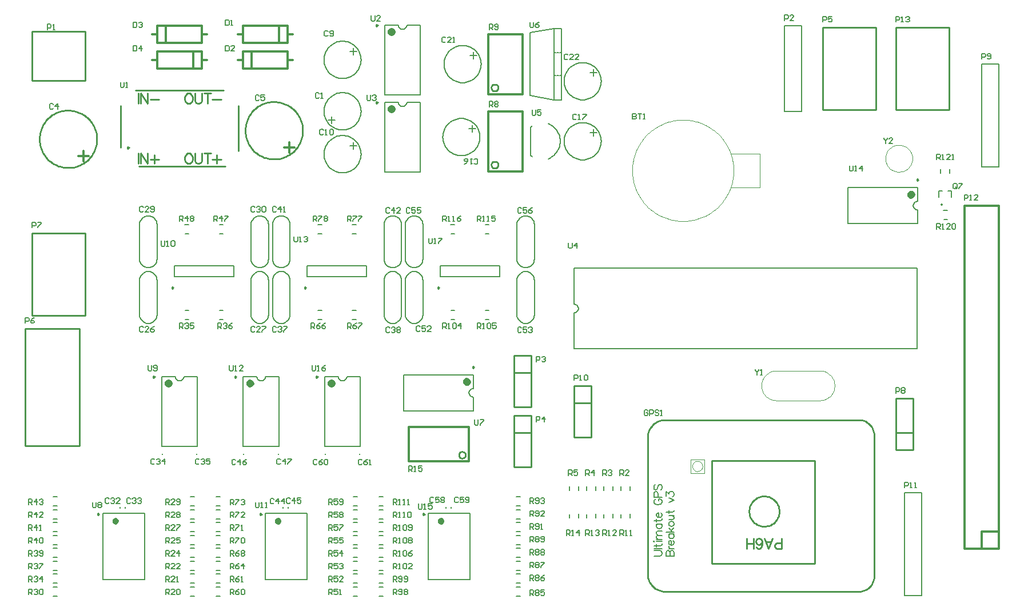
<source format=gto>
G04*
G04 #@! TF.GenerationSoftware,Altium Limited,Altium Designer,19.0.15 (446)*
G04*
G04 Layer_Color=65535*
%FSLAX25Y25*%
%MOIN*%
G70*
G01*
G75*
%ADD10C,0.00984*%
%ADD11C,0.00787*%
%ADD12C,0.02362*%
%ADD13C,0.01000*%
%ADD14C,0.00394*%
%ADD15C,0.00591*%
%ADD16C,0.00591*%
%ADD17C,0.00500*%
%ADD18C,0.01200*%
%ADD19C,0.01378*%
D10*
X167520Y200965D02*
X166781Y201391D01*
Y200538D01*
X167520Y200965D01*
X236653Y68898D02*
X235915Y69324D01*
Y68471D01*
X236653Y68898D01*
X141654D02*
X140915Y69324D01*
Y68471D01*
X141654Y68898D01*
X46850Y68898D02*
X46112Y69324D01*
Y68471D01*
X46850Y68898D01*
X524429Y263878D02*
X523691Y264304D01*
Y263452D01*
X524429Y263878D01*
X209311Y353996D02*
X208573Y354422D01*
Y353570D01*
X209311Y353996D01*
Y308996D02*
X208573Y309422D01*
Y308570D01*
X209311Y308996D01*
X245020Y200965D02*
X244282Y201391D01*
Y200538D01*
X245020Y200965D01*
X90020D02*
X89281Y201391D01*
Y200538D01*
X90020Y200965D01*
X265433Y154665D02*
X264695Y155091D01*
Y154238D01*
X265433Y154665D01*
X79311Y148996D02*
X78573Y149422D01*
Y148570D01*
X79311Y148996D01*
X126811D02*
X126073Y149422D01*
Y148570D01*
X126811Y148996D01*
X174311D02*
X173573Y149422D01*
Y148570D01*
X174311Y148996D01*
D11*
X290453Y217756D02*
X290551Y216757D01*
X290842Y215797D01*
X291315Y214913D01*
X291952Y214137D01*
X292727Y213500D01*
X293612Y213027D01*
X294572Y212736D01*
X295571Y212638D01*
X296569Y212736D01*
X297530Y213027D01*
X298414Y213500D01*
X299190Y214137D01*
X299827Y214913D01*
X300299Y215797D01*
X300591Y216757D01*
X300689Y217756D01*
Y237756D02*
X300591Y238754D01*
X300299Y239715D01*
X299827Y240599D01*
X299190Y241375D01*
X298414Y242011D01*
X297530Y242484D01*
X296569Y242776D01*
X295571Y242874D01*
X294572Y242776D01*
X293612Y242484D01*
X292727Y242011D01*
X291952Y241375D01*
X291315Y240599D01*
X290842Y239715D01*
X290551Y238754D01*
X290453Y237756D01*
X225453Y217756D02*
X225551Y216757D01*
X225842Y215797D01*
X226315Y214913D01*
X226952Y214137D01*
X227727Y213500D01*
X228612Y213027D01*
X229572Y212736D01*
X230571Y212638D01*
X231569Y212736D01*
X232529Y213027D01*
X233414Y213500D01*
X234190Y214137D01*
X234826Y214913D01*
X235299Y215797D01*
X235591Y216757D01*
X235689Y217756D01*
Y237756D02*
X235591Y238754D01*
X235299Y239715D01*
X234826Y240599D01*
X234190Y241375D01*
X233414Y242011D01*
X232529Y242484D01*
X231569Y242776D01*
X230571Y242874D01*
X229572Y242776D01*
X228612Y242484D01*
X227727Y242011D01*
X226952Y241375D01*
X226315Y240599D01*
X225842Y239715D01*
X225551Y238754D01*
X225453Y237756D01*
X212953Y217756D02*
X213051Y216757D01*
X213342Y215797D01*
X213815Y214913D01*
X214452Y214137D01*
X215227Y213500D01*
X216112Y213027D01*
X217072Y212736D01*
X218071Y212638D01*
X219069Y212736D01*
X220029Y213027D01*
X220914Y213500D01*
X221690Y214137D01*
X222326Y214913D01*
X222799Y215797D01*
X223091Y216757D01*
X223189Y217756D01*
Y237756D02*
X223091Y238754D01*
X222799Y239715D01*
X222326Y240599D01*
X221690Y241375D01*
X220914Y242011D01*
X220029Y242484D01*
X219069Y242776D01*
X218071Y242874D01*
X217072Y242776D01*
X216112Y242484D01*
X215227Y242011D01*
X214452Y241375D01*
X213815Y240599D01*
X213342Y239715D01*
X213051Y238754D01*
X212953Y237756D01*
X147953Y217756D02*
X148051Y216757D01*
X148342Y215797D01*
X148815Y214913D01*
X149452Y214137D01*
X150227Y213500D01*
X151112Y213027D01*
X152072Y212736D01*
X153071Y212638D01*
X154069Y212736D01*
X155029Y213027D01*
X155914Y213500D01*
X156690Y214137D01*
X157326Y214913D01*
X157799Y215797D01*
X158091Y216757D01*
X158189Y217756D01*
Y237756D02*
X158091Y238754D01*
X157799Y239715D01*
X157326Y240599D01*
X156690Y241375D01*
X155914Y242011D01*
X155029Y242484D01*
X154069Y242776D01*
X153071Y242874D01*
X152072Y242776D01*
X151112Y242484D01*
X150227Y242011D01*
X149452Y241375D01*
X148815Y240599D01*
X148342Y239715D01*
X148051Y238754D01*
X147953Y237756D01*
X135453Y217756D02*
X135551Y216757D01*
X135842Y215797D01*
X136315Y214912D01*
X136952Y214137D01*
X137727Y213500D01*
X138612Y213027D01*
X139572Y212736D01*
X140571Y212638D01*
X141569Y212736D01*
X142529Y213027D01*
X143414Y213500D01*
X144190Y214137D01*
X144826Y214912D01*
X145299Y215797D01*
X145591Y216757D01*
X145689Y217756D01*
Y237756D02*
X145591Y238754D01*
X145299Y239715D01*
X144826Y240599D01*
X144190Y241375D01*
X143414Y242011D01*
X142529Y242484D01*
X141569Y242776D01*
X140571Y242874D01*
X139572Y242776D01*
X138612Y242484D01*
X137727Y242011D01*
X136952Y241375D01*
X136315Y240599D01*
X135842Y239715D01*
X135551Y238754D01*
X135453Y237756D01*
X70453Y217756D02*
X70551Y216757D01*
X70842Y215797D01*
X71315Y214913D01*
X71952Y214137D01*
X72727Y213500D01*
X73612Y213027D01*
X74572Y212736D01*
X75571Y212638D01*
X76569Y212736D01*
X77530Y213027D01*
X78414Y213500D01*
X79190Y214137D01*
X79826Y214913D01*
X80299Y215797D01*
X80591Y216757D01*
X80689Y217756D01*
Y237756D02*
X80591Y238754D01*
X80299Y239715D01*
X79826Y240599D01*
X79190Y241375D01*
X78414Y242011D01*
X77530Y242484D01*
X76569Y242776D01*
X75571Y242874D01*
X74572Y242776D01*
X73612Y242484D01*
X72727Y242011D01*
X71952Y241375D01*
X71315Y240599D01*
X70842Y239715D01*
X70551Y238754D01*
X70453Y237756D01*
X300689Y205256D02*
X300591Y206254D01*
X300299Y207215D01*
X299827Y208099D01*
X299190Y208875D01*
X298414Y209511D01*
X297530Y209984D01*
X296569Y210276D01*
X295571Y210374D01*
X294572Y210276D01*
X293612Y209984D01*
X292727Y209511D01*
X291952Y208875D01*
X291315Y208099D01*
X290842Y207215D01*
X290551Y206254D01*
X290453Y205256D01*
Y185256D02*
X290551Y184257D01*
X290842Y183297D01*
X291315Y182413D01*
X291952Y181637D01*
X292727Y181000D01*
X293612Y180527D01*
X294572Y180236D01*
X295571Y180138D01*
X296569Y180236D01*
X297530Y180527D01*
X298414Y181000D01*
X299190Y181637D01*
X299827Y182413D01*
X300299Y183297D01*
X300591Y184257D01*
X300689Y185256D01*
X225453Y185256D02*
X225551Y184257D01*
X225842Y183297D01*
X226315Y182412D01*
X226952Y181637D01*
X227727Y181000D01*
X228612Y180527D01*
X229572Y180236D01*
X230571Y180138D01*
X231569Y180236D01*
X232529Y180527D01*
X233414Y181000D01*
X234190Y181637D01*
X234826Y182412D01*
X235299Y183297D01*
X235591Y184257D01*
X235689Y185256D01*
Y205256D02*
X235591Y206254D01*
X235299Y207214D01*
X234826Y208099D01*
X234190Y208875D01*
X233414Y209511D01*
X232529Y209984D01*
X231569Y210276D01*
X230571Y210374D01*
X229572Y210276D01*
X228612Y209984D01*
X227727Y209511D01*
X226952Y208875D01*
X226315Y208099D01*
X225842Y207214D01*
X225551Y206254D01*
X225453Y205256D01*
X223189Y205256D02*
X223091Y206254D01*
X222799Y207215D01*
X222326Y208099D01*
X221690Y208875D01*
X220914Y209511D01*
X220029Y209984D01*
X219069Y210276D01*
X218071Y210374D01*
X217072Y210276D01*
X216112Y209984D01*
X215227Y209511D01*
X214452Y208875D01*
X213815Y208099D01*
X213342Y207215D01*
X213051Y206254D01*
X212953Y205256D01*
Y185256D02*
X213051Y184257D01*
X213342Y183297D01*
X213815Y182413D01*
X214452Y181637D01*
X215227Y181000D01*
X216112Y180527D01*
X217072Y180236D01*
X218071Y180138D01*
X219069Y180236D01*
X220029Y180527D01*
X220914Y181000D01*
X221690Y181637D01*
X222326Y182413D01*
X222799Y183297D01*
X223091Y184257D01*
X223189Y185256D01*
X147953Y185256D02*
X148051Y184257D01*
X148342Y183297D01*
X148815Y182412D01*
X149452Y181637D01*
X150227Y181000D01*
X151112Y180527D01*
X152072Y180236D01*
X153071Y180138D01*
X154069Y180236D01*
X155029Y180527D01*
X155914Y181000D01*
X156690Y181637D01*
X157326Y182412D01*
X157799Y183297D01*
X158091Y184257D01*
X158189Y185256D01*
Y205256D02*
X158091Y206254D01*
X157799Y207214D01*
X157326Y208099D01*
X156690Y208875D01*
X155914Y209511D01*
X155029Y209984D01*
X154069Y210276D01*
X153071Y210374D01*
X152072Y210276D01*
X151112Y209984D01*
X150227Y209511D01*
X149452Y208875D01*
X148815Y208099D01*
X148342Y207214D01*
X148051Y206254D01*
X147953Y205256D01*
X145689Y205256D02*
X145591Y206254D01*
X145299Y207215D01*
X144826Y208099D01*
X144190Y208875D01*
X143414Y209511D01*
X142529Y209984D01*
X141569Y210276D01*
X140571Y210374D01*
X139572Y210276D01*
X138612Y209984D01*
X137727Y209511D01*
X136952Y208875D01*
X136315Y208099D01*
X135842Y207215D01*
X135551Y206254D01*
X135453Y205256D01*
Y185256D02*
X135551Y184257D01*
X135842Y183297D01*
X136315Y182413D01*
X136952Y181637D01*
X137727Y181000D01*
X138612Y180527D01*
X139572Y180236D01*
X140571Y180138D01*
X141569Y180236D01*
X142529Y180527D01*
X143414Y181000D01*
X144190Y181637D01*
X144826Y182413D01*
X145299Y183297D01*
X145591Y184257D01*
X145689Y185256D01*
X70453Y185256D02*
X70551Y184257D01*
X70842Y183297D01*
X71315Y182412D01*
X71952Y181637D01*
X72727Y181000D01*
X73612Y180527D01*
X74572Y180236D01*
X75571Y180138D01*
X76569Y180236D01*
X77530Y180527D01*
X78414Y181000D01*
X79190Y181637D01*
X79826Y182412D01*
X80299Y183297D01*
X80591Y184257D01*
X80689Y185256D01*
Y205256D02*
X80591Y206254D01*
X80299Y207214D01*
X79826Y208099D01*
X79190Y208875D01*
X78414Y209511D01*
X77530Y209984D01*
X76569Y210276D01*
X75571Y210374D01*
X74572Y210276D01*
X73612Y209984D01*
X72727Y209511D01*
X71952Y208875D01*
X71315Y208099D01*
X70842Y207214D01*
X70551Y206254D01*
X70453Y205256D01*
X323819Y186378D02*
X324776Y186568D01*
X325587Y187110D01*
X326129Y187921D01*
X326319Y188878D01*
X326129Y189835D01*
X325587Y190646D01*
X324776Y191188D01*
X323819Y191378D01*
X524094Y251378D02*
X523138Y251188D01*
X522327Y250646D01*
X521785Y249835D01*
X521594Y248878D01*
X521785Y247921D01*
X522327Y247110D01*
X523138Y246568D01*
X524094Y246378D01*
X339646Y286378D02*
X339599Y287377D01*
X339461Y288367D01*
X339232Y289341D01*
X338915Y290289D01*
X338511Y291204D01*
X338024Y292077D01*
X337459Y292903D01*
X336820Y293672D01*
X336113Y294379D01*
X335344Y295018D01*
X334519Y295583D01*
X333645Y296070D01*
X332730Y296474D01*
X331782Y296791D01*
X330808Y297020D01*
X329818Y297159D01*
X328819Y297205D01*
X327820Y297159D01*
X326830Y297020D01*
X325856Y296791D01*
X324908Y296474D01*
X323993Y296070D01*
X323119Y295583D01*
X322294Y295018D01*
X321525Y294379D01*
X320818Y293672D01*
X320179Y292902D01*
X319614Y292077D01*
X319127Y291204D01*
X318723Y290289D01*
X318405Y289341D01*
X318177Y288367D01*
X318038Y287377D01*
X317992Y286378D01*
X318038Y285379D01*
X318177Y284388D01*
X318405Y283415D01*
X318723Y282467D01*
X319127Y281552D01*
X319614Y280678D01*
X320179Y279853D01*
X320818Y279084D01*
X321525Y278377D01*
X322294Y277738D01*
X323119Y277173D01*
X323993Y276686D01*
X324908Y276282D01*
X325856Y275964D01*
X326830Y275735D01*
X327820Y275597D01*
X328819Y275551D01*
X329818Y275597D01*
X330808Y275735D01*
X331782Y275964D01*
X332730Y276282D01*
X333645Y276686D01*
X334519Y277173D01*
X335344Y277738D01*
X336113Y278377D01*
X336820Y279084D01*
X337459Y279853D01*
X338024Y280678D01*
X338511Y281552D01*
X338915Y282467D01*
X339232Y283415D01*
X339461Y284389D01*
X339599Y285379D01*
X339646Y286378D01*
X308804Y276102D02*
X309724Y276523D01*
X310601Y277026D01*
X311429Y277608D01*
X312200Y278262D01*
X312909Y278984D01*
X313548Y279767D01*
X314114Y280606D01*
X314601Y281493D01*
X315005Y282420D01*
X315322Y283380D01*
X315551Y284366D01*
X315689Y285367D01*
X315736Y286378D01*
X315689Y287388D01*
X315551Y288390D01*
X315322Y289376D01*
X315005Y290336D01*
X314601Y291263D01*
X314114Y292150D01*
X313548Y292988D01*
X312909Y293772D01*
X312200Y294494D01*
X311429Y295148D01*
X310601Y295729D01*
X309724Y296233D01*
X308804Y296654D01*
X339646Y321378D02*
X339599Y322377D01*
X339461Y323367D01*
X339232Y324341D01*
X338915Y325289D01*
X338511Y326204D01*
X338024Y327078D01*
X337459Y327903D01*
X336820Y328672D01*
X336113Y329379D01*
X335344Y330018D01*
X334519Y330583D01*
X333645Y331070D01*
X332730Y331474D01*
X331782Y331791D01*
X330808Y332020D01*
X329818Y332158D01*
X328819Y332205D01*
X327820Y332158D01*
X326830Y332020D01*
X325856Y331791D01*
X324908Y331474D01*
X323993Y331070D01*
X323119Y330583D01*
X322294Y330018D01*
X321525Y329379D01*
X320818Y328672D01*
X320179Y327903D01*
X319614Y327078D01*
X319127Y326204D01*
X318723Y325289D01*
X318405Y324341D01*
X318177Y323367D01*
X318038Y322377D01*
X317992Y321378D01*
X318038Y320379D01*
X318177Y319389D01*
X318405Y318415D01*
X318723Y317467D01*
X319127Y316552D01*
X319614Y315678D01*
X320179Y314853D01*
X320818Y314084D01*
X321525Y313377D01*
X322294Y312738D01*
X323119Y312173D01*
X323993Y311686D01*
X324908Y311282D01*
X325856Y310964D01*
X326830Y310736D01*
X327820Y310597D01*
X328819Y310551D01*
X329818Y310597D01*
X330808Y310736D01*
X331782Y310964D01*
X332730Y311282D01*
X333645Y311686D01*
X334519Y312173D01*
X335344Y312738D01*
X336113Y313377D01*
X336820Y314084D01*
X337459Y314853D01*
X338024Y315678D01*
X338511Y316552D01*
X338915Y317467D01*
X339232Y318415D01*
X339461Y319389D01*
X339599Y320379D01*
X339646Y321378D01*
X221319Y354153D02*
X221509Y353197D01*
X222051Y352386D01*
X222862Y351844D01*
X223819Y351654D01*
X224776Y351844D01*
X225587Y352386D01*
X226129Y353197D01*
X226319Y354153D01*
X199646Y278878D02*
X199600Y279877D01*
X199461Y280867D01*
X199232Y281841D01*
X198915Y282789D01*
X198511Y283704D01*
X198024Y284577D01*
X197459Y285403D01*
X196820Y286172D01*
X196113Y286879D01*
X195343Y287518D01*
X194518Y288083D01*
X193645Y288570D01*
X192730Y288974D01*
X191782Y289291D01*
X190808Y289520D01*
X189818Y289658D01*
X188819Y289705D01*
X187820Y289658D01*
X186829Y289520D01*
X185856Y289291D01*
X184908Y288974D01*
X183993Y288570D01*
X183119Y288083D01*
X182294Y287518D01*
X181525Y286879D01*
X180818Y286172D01*
X180179Y285402D01*
X179614Y284577D01*
X179127Y283704D01*
X178723Y282789D01*
X178405Y281841D01*
X178176Y280867D01*
X178038Y279877D01*
X177992Y278878D01*
X178038Y277879D01*
X178176Y276888D01*
X178405Y275915D01*
X178723Y274967D01*
X179127Y274052D01*
X179614Y273178D01*
X180179Y272353D01*
X180818Y271584D01*
X181525Y270877D01*
X182294Y270238D01*
X183119Y269673D01*
X183993Y269186D01*
X184908Y268782D01*
X185856Y268464D01*
X186829Y268235D01*
X187820Y268097D01*
X188819Y268051D01*
X189818Y268097D01*
X190808Y268235D01*
X191782Y268464D01*
X192730Y268782D01*
X193645Y269186D01*
X194518Y269673D01*
X195343Y270238D01*
X196113Y270877D01*
X196820Y271584D01*
X197459Y272353D01*
X198024Y273178D01*
X198511Y274052D01*
X198915Y274967D01*
X199232Y275915D01*
X199461Y276889D01*
X199600Y277879D01*
X199646Y278878D01*
X268898Y288839D02*
X268851Y289837D01*
X268713Y290828D01*
X268484Y291801D01*
X268166Y292750D01*
X267763Y293664D01*
X267276Y294538D01*
X266711Y295363D01*
X266072Y296132D01*
X265365Y296839D01*
X264595Y297478D01*
X263770Y298044D01*
X262897Y298530D01*
X261982Y298934D01*
X261034Y299252D01*
X260060Y299481D01*
X259070Y299619D01*
X258071Y299665D01*
X257072Y299619D01*
X256081Y299481D01*
X255108Y299252D01*
X254160Y298934D01*
X253245Y298530D01*
X252371Y298044D01*
X251546Y297478D01*
X250777Y296839D01*
X250070Y296132D01*
X249431Y295363D01*
X248866Y294538D01*
X248379Y293664D01*
X247975Y292750D01*
X247657Y291801D01*
X247428Y290828D01*
X247290Y289837D01*
X247244Y288839D01*
X247290Y287840D01*
X247428Y286849D01*
X247657Y285876D01*
X247975Y284927D01*
X248379Y284013D01*
X248866Y283139D01*
X249431Y282314D01*
X250070Y281544D01*
X250777Y280837D01*
X251546Y280199D01*
X252371Y279633D01*
X253245Y279147D01*
X254160Y278743D01*
X255108Y278425D01*
X256081Y278196D01*
X257072Y278058D01*
X258071Y278012D01*
X259070Y278058D01*
X260060Y278196D01*
X261034Y278425D01*
X261982Y278743D01*
X262897Y279147D01*
X263770Y279633D01*
X264595Y280199D01*
X265365Y280837D01*
X266072Y281544D01*
X266711Y282314D01*
X267276Y283139D01*
X267763Y284013D01*
X268166Y284927D01*
X268484Y285876D01*
X268713Y286849D01*
X268851Y287840D01*
X268898Y288839D01*
X269646Y331378D02*
X269600Y332377D01*
X269461Y333367D01*
X269232Y334341D01*
X268915Y335289D01*
X268511Y336204D01*
X268024Y337077D01*
X267459Y337903D01*
X266820Y338672D01*
X266113Y339379D01*
X265343Y340018D01*
X264518Y340583D01*
X263645Y341070D01*
X262730Y341474D01*
X261782Y341791D01*
X260808Y342020D01*
X259818Y342159D01*
X258819Y342205D01*
X257820Y342159D01*
X256830Y342020D01*
X255856Y341791D01*
X254908Y341474D01*
X253993Y341070D01*
X253119Y340583D01*
X252294Y340018D01*
X251525Y339379D01*
X250818Y338672D01*
X250179Y337902D01*
X249614Y337077D01*
X249127Y336204D01*
X248723Y335289D01*
X248405Y334341D01*
X248177Y333367D01*
X248038Y332377D01*
X247992Y331378D01*
X248038Y330379D01*
X248177Y329388D01*
X248405Y328415D01*
X248723Y327467D01*
X249127Y326552D01*
X249614Y325678D01*
X250179Y324853D01*
X250818Y324084D01*
X251525Y323377D01*
X252294Y322738D01*
X253119Y322173D01*
X253993Y321686D01*
X254908Y321282D01*
X255856Y320965D01*
X256830Y320736D01*
X257820Y320597D01*
X258819Y320551D01*
X259818Y320597D01*
X260808Y320736D01*
X261782Y320965D01*
X262730Y321282D01*
X263645Y321686D01*
X264518Y322173D01*
X265343Y322738D01*
X266113Y323377D01*
X266820Y324084D01*
X267459Y324853D01*
X268024Y325678D01*
X268511Y326552D01*
X268915Y327467D01*
X269232Y328415D01*
X269461Y329389D01*
X269600Y330379D01*
X269646Y331378D01*
X221319Y309154D02*
X221509Y308197D01*
X222051Y307386D01*
X222862Y306844D01*
X223819Y306653D01*
X224776Y306844D01*
X225587Y307386D01*
X226129Y308197D01*
X226319Y309154D01*
X199646Y303878D02*
X199600Y304877D01*
X199461Y305867D01*
X199232Y306841D01*
X198915Y307789D01*
X198511Y308704D01*
X198024Y309577D01*
X197459Y310403D01*
X196820Y311172D01*
X196113Y311879D01*
X195343Y312518D01*
X194518Y313083D01*
X193645Y313570D01*
X192730Y313974D01*
X191782Y314291D01*
X190808Y314520D01*
X189818Y314658D01*
X188819Y314705D01*
X187820Y314658D01*
X186829Y314520D01*
X185856Y314291D01*
X184908Y313974D01*
X183993Y313570D01*
X183119Y313083D01*
X182294Y312518D01*
X181525Y311879D01*
X180818Y311172D01*
X180179Y310402D01*
X179614Y309577D01*
X179127Y308704D01*
X178723Y307789D01*
X178405Y306841D01*
X178176Y305867D01*
X178038Y304877D01*
X177992Y303878D01*
X178038Y302879D01*
X178176Y301888D01*
X178405Y300915D01*
X178723Y299967D01*
X179127Y299052D01*
X179614Y298178D01*
X180179Y297353D01*
X180818Y296584D01*
X181525Y295877D01*
X182294Y295238D01*
X183119Y294673D01*
X183993Y294186D01*
X184908Y293782D01*
X185856Y293464D01*
X186829Y293235D01*
X187820Y293097D01*
X188819Y293051D01*
X189818Y293097D01*
X190808Y293235D01*
X191782Y293464D01*
X192730Y293782D01*
X193645Y294186D01*
X194518Y294673D01*
X195343Y295238D01*
X196113Y295877D01*
X196820Y296584D01*
X197459Y297353D01*
X198024Y298178D01*
X198511Y299052D01*
X198915Y299967D01*
X199232Y300915D01*
X199461Y301889D01*
X199600Y302879D01*
X199646Y303878D01*
X265098Y142165D02*
X264142Y141974D01*
X263331Y141432D01*
X262789Y140621D01*
X262598Y139665D01*
X262789Y138708D01*
X263331Y137897D01*
X264142Y137355D01*
X265098Y137165D01*
X199646Y333878D02*
X199600Y334877D01*
X199461Y335867D01*
X199232Y336841D01*
X198915Y337789D01*
X198511Y338704D01*
X198024Y339578D01*
X197459Y340403D01*
X196820Y341172D01*
X196113Y341879D01*
X195343Y342518D01*
X194518Y343083D01*
X193645Y343570D01*
X192730Y343974D01*
X191782Y344291D01*
X190808Y344520D01*
X189818Y344658D01*
X188819Y344705D01*
X187820Y344658D01*
X186829Y344520D01*
X185856Y344291D01*
X184908Y343974D01*
X183993Y343570D01*
X183119Y343083D01*
X182294Y342518D01*
X181525Y341879D01*
X180818Y341172D01*
X180179Y340403D01*
X179614Y339578D01*
X179127Y338704D01*
X178723Y337789D01*
X178405Y336841D01*
X178176Y335867D01*
X178038Y334877D01*
X177992Y333878D01*
X178038Y332879D01*
X178176Y331889D01*
X178405Y330915D01*
X178723Y329967D01*
X179127Y329052D01*
X179614Y328178D01*
X180179Y327353D01*
X180818Y326584D01*
X181525Y325877D01*
X182294Y325238D01*
X183119Y324673D01*
X183993Y324186D01*
X184908Y323782D01*
X185856Y323464D01*
X186829Y323236D01*
X187820Y323097D01*
X188819Y323051D01*
X189818Y323097D01*
X190808Y323236D01*
X191782Y323464D01*
X192730Y323782D01*
X193645Y324186D01*
X194518Y324673D01*
X195343Y325238D01*
X196113Y325877D01*
X196820Y326584D01*
X197459Y327353D01*
X198024Y328178D01*
X198511Y329052D01*
X198915Y329967D01*
X199232Y330915D01*
X199461Y331889D01*
X199600Y332879D01*
X199646Y333878D01*
X91319Y149153D02*
X91509Y148197D01*
X92051Y147386D01*
X92862Y146844D01*
X93819Y146653D01*
X94776Y146844D01*
X95587Y147386D01*
X96129Y148197D01*
X96319Y149153D01*
X138819D02*
X139009Y148197D01*
X139551Y147386D01*
X140362Y146844D01*
X141319Y146653D01*
X142276Y146844D01*
X143087Y147386D01*
X143629Y148197D01*
X143819Y149153D01*
X186319D02*
X186509Y148197D01*
X187051Y147386D01*
X187862Y146844D01*
X188819Y146653D01*
X189776Y146844D01*
X190587Y147386D01*
X191129Y148197D01*
X191319Y149153D01*
X202894Y207461D02*
Y213760D01*
X168248Y207461D02*
Y213760D01*
X202894D01*
X168248Y207461D02*
X202894D01*
X290453Y217756D02*
Y237756D01*
X300689Y217756D02*
Y237756D01*
X225453Y217756D02*
Y237756D01*
X235689Y217756D02*
Y237756D01*
X212953Y217756D02*
Y237756D01*
X223189Y217756D02*
Y237756D01*
X147953Y217756D02*
Y237756D01*
X158189Y217756D02*
Y237756D01*
X135453Y217756D02*
Y237756D01*
X145689Y217756D02*
Y237756D01*
X70453Y217756D02*
Y237756D01*
X80689Y217756D02*
Y237756D01*
X238819Y30709D02*
Y69291D01*
X263228Y30709D02*
Y69291D01*
X238819Y30709D02*
X263228D01*
X238819Y69291D02*
X263228D01*
X252028Y72559D02*
Y72953D01*
X249114Y72559D02*
Y72953D01*
X143819Y30709D02*
Y69291D01*
X168228Y30709D02*
Y69291D01*
X143819Y30709D02*
X168228D01*
X143819Y69291D02*
X168228D01*
X157028Y72559D02*
Y72953D01*
X154114Y72559D02*
Y72953D01*
X49016Y30709D02*
Y69291D01*
X73425Y30709D02*
Y69291D01*
X49016Y30709D02*
X73425D01*
X49016Y69291D02*
X73425D01*
X62028Y72559D02*
Y72953D01*
X59114Y72559D02*
Y72953D01*
X300689Y185256D02*
Y205256D01*
X290453Y185256D02*
Y205256D01*
X225453Y185256D02*
Y205256D01*
X235689Y185256D02*
Y205256D01*
X223189Y185256D02*
Y205256D01*
X212953Y185256D02*
Y205256D01*
X147953Y185256D02*
Y205256D01*
X158189Y185256D02*
Y205256D01*
X145689Y185256D02*
Y205256D01*
X135453Y185256D02*
Y205256D01*
X70453Y185256D02*
Y205256D01*
X80689Y185256D02*
Y205256D01*
X323819Y165315D02*
Y186378D01*
Y191378D02*
Y212441D01*
X523819D01*
Y165315D02*
Y212441D01*
X323819Y165315D02*
X523819D01*
X483543Y238445D02*
Y259311D01*
X524094Y238445D02*
Y246378D01*
Y251378D02*
Y259311D01*
X483543Y238445D02*
X524094D01*
X483543Y259311D02*
X524094D01*
X333118Y291338D02*
X337118D01*
X335118Y289338D02*
Y293338D01*
X298319Y278156D02*
X299348Y277470D01*
X298319Y294600D02*
X299348Y295286D01*
X298319Y278156D02*
Y294600D01*
X333118Y326339D02*
X337118D01*
X335118Y324339D02*
Y328339D01*
X315486Y324711D02*
X316319D01*
X313819D02*
X314652D01*
X312152D02*
X312985D01*
X312152Y338045D02*
X312985D01*
X313819D02*
X314652D01*
X315486D02*
X316319D01*
X312152Y352211D02*
X316319D01*
X297986Y313045D02*
X312152Y310544D01*
X297986Y313045D02*
Y349711D01*
X312152Y352211D01*
Y310544D02*
Y352211D01*
Y310544D02*
X316319D01*
Y352211D01*
X213386Y313602D02*
X234252D01*
X226319Y354153D02*
X234252D01*
X213386D02*
X221319D01*
X234252Y313602D02*
Y354153D01*
X213386Y313602D02*
Y354153D01*
X193118Y283839D02*
X197118D01*
X195118Y281838D02*
Y285839D01*
X262370Y293799D02*
X266370D01*
X264370Y291799D02*
Y295799D01*
X263118Y336338D02*
X267118D01*
X265118Y334338D02*
Y338338D01*
X213386Y268602D02*
X234252D01*
X226319Y309154D02*
X234252D01*
X213386D02*
X221319D01*
X234252Y268602D02*
Y309154D01*
X213386Y268602D02*
Y309154D01*
X180520Y298917D02*
X184520D01*
X182520Y296917D02*
Y300917D01*
X446319Y353878D02*
X456319D01*
Y303878D02*
Y353878D01*
X446319Y303878D02*
Y353878D01*
Y303878D02*
X456319D01*
X516319Y81378D02*
X526319D01*
X516319Y21378D02*
X526319D01*
X516319D02*
Y81378D01*
X526319Y21378D02*
Y81378D01*
X561319Y331378D02*
X571319D01*
X561319Y271378D02*
X571319D01*
X561319D02*
Y331378D01*
X571319Y271378D02*
Y331378D01*
X245748Y207461D02*
X280394D01*
X245748Y213760D02*
X280394D01*
X245748Y207461D02*
Y213760D01*
X280394Y207461D02*
Y213760D01*
X90748Y207461D02*
X125394D01*
X90748Y213760D02*
X125394D01*
X90748Y207461D02*
Y213760D01*
X125394Y207461D02*
Y213760D01*
X224547Y129232D02*
Y150098D01*
X265099Y129232D02*
Y137164D01*
Y142165D02*
Y150098D01*
X224547Y129232D02*
X265099D01*
X224547Y150098D02*
X265099D01*
X103898Y103681D02*
Y104075D01*
X83740Y103681D02*
Y104075D01*
X151398Y103681D02*
Y104075D01*
X131240Y103681D02*
Y104075D01*
X198898Y103681D02*
Y104075D01*
X178740Y103681D02*
Y104075D01*
X195118Y336839D02*
Y340839D01*
X193118Y338839D02*
X197118D01*
X83386Y108602D02*
Y149153D01*
X104252Y108602D02*
Y149153D01*
X83386D02*
X91319D01*
X96319D02*
X104252D01*
X83386Y108602D02*
X104252D01*
X130886D02*
Y149153D01*
X151752Y108602D02*
Y149153D01*
X130886D02*
X138819D01*
X143819D02*
X151752D01*
X130886Y108602D02*
X151752D01*
X178386D02*
Y149153D01*
X199252Y108602D02*
Y149153D01*
X178386D02*
X186319D01*
X191319D02*
X199252D01*
X178386Y108602D02*
X199252D01*
D12*
X246890Y64960D02*
X246346Y65709D01*
X245465Y65423D01*
Y64498D01*
X246346Y64212D01*
X246890Y64960D01*
X151890D02*
X151346Y65709D01*
X150465Y65423D01*
Y64498D01*
X151346Y64212D01*
X151890Y64960D01*
X57087Y64961D02*
X56542Y65710D01*
X55662Y65424D01*
Y64498D01*
X56542Y64212D01*
X57087Y64961D01*
X521339Y255374D02*
X520894Y256297D01*
X519895Y256525D01*
X519093Y255887D01*
Y254862D01*
X519895Y254222D01*
X520894Y254451D01*
X521339Y255374D01*
X218504Y350217D02*
X218059Y351140D01*
X217060Y351368D01*
X216259Y350729D01*
Y349704D01*
X217060Y349065D01*
X218059Y349293D01*
X218504Y350217D01*
Y305217D02*
X218059Y306140D01*
X217060Y306368D01*
X216259Y305729D01*
Y304704D01*
X217060Y304065D01*
X218059Y304293D01*
X218504Y305217D01*
X262343Y146161D02*
X261898Y147084D01*
X260899Y147312D01*
X260097Y146673D01*
Y145648D01*
X260899Y145009D01*
X261898Y145237D01*
X262343Y146161D01*
X88504Y145217D02*
X88059Y146140D01*
X87060Y146368D01*
X86259Y145729D01*
Y144704D01*
X87060Y144065D01*
X88059Y144293D01*
X88504Y145217D01*
X136004D02*
X135559Y146140D01*
X134560Y146368D01*
X133759Y145729D01*
Y144704D01*
X134560Y144065D01*
X135559Y144293D01*
X136004Y145217D01*
X183504D02*
X183059Y146140D01*
X182060Y146368D01*
X181259Y145729D01*
Y144704D01*
X182060Y144065D01*
X183059Y144293D01*
X183504Y145217D01*
D13*
X260541Y103415D02*
X260278Y104399D01*
X259557Y105119D01*
X258573Y105383D01*
X257589Y105119D01*
X256868Y104399D01*
X256604Y103415D01*
X256868Y102430D01*
X257589Y101710D01*
X258573Y101446D01*
X259557Y101710D01*
X260278Y102430D01*
X260541Y103415D01*
X443449Y70571D02*
X443392Y71574D01*
X443220Y72565D01*
X442937Y73529D01*
X442546Y74455D01*
X442052Y75330D01*
X441461Y76143D01*
X440781Y76884D01*
X440022Y77542D01*
X439192Y78110D01*
X438303Y78579D01*
X437366Y78943D01*
X436394Y79199D01*
X435399Y79342D01*
X434394Y79371D01*
X433393Y79285D01*
X432408Y79085D01*
X431452Y78774D01*
X430537Y78357D01*
X429677Y77838D01*
X428881Y77224D01*
X428160Y76524D01*
X427524Y75745D01*
X426980Y74900D01*
X426537Y73998D01*
X426199Y73051D01*
X425971Y72072D01*
X425857Y71073D01*
Y70068D01*
X425971Y69070D01*
X426199Y68091D01*
X426537Y67144D01*
X426980Y66242D01*
X427524Y65396D01*
X428160Y64618D01*
X428881Y63918D01*
X429677Y63304D01*
X430537Y62785D01*
X431452Y62367D01*
X432408Y62057D01*
X433393Y61857D01*
X434394Y61771D01*
X435399Y61800D01*
X436394Y61943D01*
X437366Y62198D01*
X438303Y62563D01*
X439192Y63032D01*
X440022Y63599D01*
X440781Y64258D01*
X441461Y64998D01*
X442052Y65811D01*
X442546Y66687D01*
X442937Y67612D01*
X443220Y68577D01*
X443392Y69567D01*
X443449Y70571D01*
X498732Y114878D02*
X498676Y115886D01*
X498507Y116881D01*
X498227Y117850D01*
X497841Y118783D01*
X497353Y119666D01*
X496769Y120489D01*
X496096Y121242D01*
X495344Y121914D01*
X494521Y122499D01*
X493637Y122987D01*
X492705Y123373D01*
X491735Y123652D01*
X490740Y123821D01*
X489732Y123878D01*
X489732Y23878D02*
X490740Y23934D01*
X491735Y24104D01*
X492705Y24383D01*
X493637Y24769D01*
X494521Y25257D01*
X495344Y25842D01*
X496096Y26514D01*
X496769Y27266D01*
X497353Y28090D01*
X497841Y28973D01*
X498227Y29905D01*
X498507Y30875D01*
X498676Y31870D01*
X498732Y32878D01*
X366732Y33878D02*
X366780Y32898D01*
X366925Y31927D01*
X367163Y30975D01*
X367494Y30051D01*
X367913Y29164D01*
X368418Y28322D01*
X369002Y27534D01*
X369661Y26807D01*
X370388Y26148D01*
X371177Y25563D01*
X372018Y25059D01*
X372905Y24639D01*
X373830Y24309D01*
X374781Y24070D01*
X375752Y23926D01*
X376732Y23878D01*
X376732Y123878D02*
X375752Y123830D01*
X374781Y123686D01*
X373830Y123447D01*
X372905Y123117D01*
X372018Y122697D01*
X371177Y122193D01*
X370388Y121608D01*
X369661Y120949D01*
X369002Y120222D01*
X368418Y119434D01*
X367913Y118592D01*
X367494Y117705D01*
X367163Y116781D01*
X366925Y115829D01*
X366780Y114858D01*
X366732Y113878D01*
X279537Y317628D02*
X279274Y318612D01*
X278553Y319333D01*
X277569Y319597D01*
X276585Y319333D01*
X275864Y318612D01*
X275600Y317628D01*
X275864Y316644D01*
X276585Y315923D01*
X277569Y315659D01*
X278553Y315923D01*
X279274Y316644D01*
X279537Y317628D01*
Y272628D02*
X279274Y273612D01*
X278553Y274333D01*
X277569Y274597D01*
X276585Y274333D01*
X275864Y273612D01*
X275600Y272628D01*
X275864Y271644D01*
X276585Y270923D01*
X277569Y270659D01*
X278553Y270923D01*
X279274Y271644D01*
X279537Y272628D01*
X165551Y292677D02*
X165521Y293678D01*
X165431Y294675D01*
X165282Y295665D01*
X165074Y296644D01*
X164808Y297609D01*
X164484Y298556D01*
X164105Y299483D01*
X163670Y300385D01*
X163183Y301259D01*
X162644Y302103D01*
X162055Y302913D01*
X161419Y303686D01*
X160739Y304420D01*
X160015Y305112D01*
X159251Y305759D01*
X158450Y306360D01*
X157615Y306911D01*
X156748Y307412D01*
X155852Y307859D01*
X154932Y308253D01*
X153990Y308591D01*
X153029Y308871D01*
X152052Y309094D01*
X151065Y309258D01*
X150069Y309363D01*
X149069Y309408D01*
X148068Y309393D01*
X147070Y309318D01*
X146078Y309183D01*
X145096Y308990D01*
X144127Y308738D01*
X143175Y308429D01*
X142243Y308063D01*
X141334Y307642D01*
X140453Y307168D01*
X139601Y306642D01*
X138783Y306065D01*
X138000Y305441D01*
X137256Y304771D01*
X136553Y304058D01*
X135895Y303304D01*
X135282Y302512D01*
X134718Y301685D01*
X134205Y300826D01*
X133744Y299937D01*
X133336Y299023D01*
X132985Y298085D01*
X132690Y297129D01*
X132452Y296156D01*
X132273Y295171D01*
X132154Y294177D01*
X132094Y293178D01*
Y292177D01*
X132154Y291177D01*
X132273Y290183D01*
X132452Y289198D01*
X132690Y288226D01*
X132985Y287269D01*
X133336Y286332D01*
X133744Y285417D01*
X134205Y284529D01*
X134718Y283669D01*
X135282Y282842D01*
X135895Y282050D01*
X136553Y281296D01*
X137256Y280583D01*
X138000Y279913D01*
X138783Y279289D01*
X139601Y278713D01*
X140453Y278187D01*
X141334Y277712D01*
X142243Y277291D01*
X143175Y276926D01*
X144127Y276616D01*
X145096Y276364D01*
X146078Y276171D01*
X147070Y276037D01*
X148068Y275962D01*
X149069Y275947D01*
X150069Y275992D01*
X151065Y276096D01*
X152052Y276260D01*
X153029Y276483D01*
X153990Y276764D01*
X154932Y277101D01*
X155852Y277495D01*
X156748Y277943D01*
X157615Y278443D01*
X158450Y278995D01*
X159251Y279595D01*
X160015Y280243D01*
X160739Y280935D01*
X161419Y281668D01*
X162055Y282442D01*
X162644Y283252D01*
X163183Y284095D01*
X163670Y284969D01*
X164105Y285872D01*
X164484Y286798D01*
X164808Y287745D01*
X165074Y288710D01*
X165282Y289689D01*
X165431Y290679D01*
X165521Y291676D01*
X165551Y292677D01*
X64311Y282618D02*
X63573Y283044D01*
Y282192D01*
X64311Y282618D01*
X45551Y287677D02*
X45521Y288678D01*
X45432Y289675D01*
X45282Y290665D01*
X45074Y291644D01*
X44808Y292609D01*
X44484Y293556D01*
X44105Y294483D01*
X43670Y295385D01*
X43183Y296259D01*
X42644Y297103D01*
X42055Y297913D01*
X41420Y298686D01*
X40739Y299420D01*
X40015Y300112D01*
X39251Y300759D01*
X38450Y301360D01*
X37615Y301911D01*
X36748Y302412D01*
X35852Y302859D01*
X34932Y303253D01*
X33990Y303590D01*
X33029Y303871D01*
X32052Y304094D01*
X31065Y304258D01*
X30069Y304363D01*
X29069Y304408D01*
X28068Y304393D01*
X27070Y304318D01*
X26078Y304183D01*
X25096Y303990D01*
X24127Y303738D01*
X23175Y303429D01*
X22243Y303063D01*
X21334Y302642D01*
X20453Y302168D01*
X19601Y301642D01*
X18782Y301065D01*
X18000Y300441D01*
X17256Y299771D01*
X16553Y299058D01*
X15895Y298304D01*
X15282Y297512D01*
X14718Y296685D01*
X14205Y295826D01*
X13744Y294937D01*
X13336Y294022D01*
X12985Y293085D01*
X12690Y292128D01*
X12452Y291156D01*
X12274Y290171D01*
X12154Y289177D01*
X12094Y288178D01*
Y287177D01*
X12154Y286177D01*
X12274Y285183D01*
X12452Y284198D01*
X12690Y283226D01*
X12985Y282269D01*
X13337Y281332D01*
X13744Y280417D01*
X14205Y279529D01*
X14718Y278669D01*
X15282Y277842D01*
X15895Y277050D01*
X16553Y276296D01*
X17256Y275583D01*
X18000Y274913D01*
X18782Y274289D01*
X19601Y273713D01*
X20453Y273187D01*
X21334Y272712D01*
X22243Y272291D01*
X23175Y271926D01*
X24127Y271616D01*
X25096Y271364D01*
X26078Y271171D01*
X27070Y271037D01*
X28068Y270962D01*
X29069Y270947D01*
X30069Y270992D01*
X31065Y271096D01*
X32052Y271260D01*
X33029Y271483D01*
X33989Y271764D01*
X34932Y272101D01*
X35852Y272495D01*
X36748Y272943D01*
X37615Y273443D01*
X38450Y273995D01*
X39251Y274595D01*
X40015Y275243D01*
X40738Y275935D01*
X41420Y276668D01*
X42055Y277442D01*
X42644Y278252D01*
X43183Y279095D01*
X43670Y279970D01*
X44105Y280872D01*
X44484Y281798D01*
X44808Y282745D01*
X45074Y283710D01*
X45282Y284689D01*
X45432Y285679D01*
X45521Y286676D01*
X45551Y287677D01*
X288819Y151378D02*
X298819D01*
X288819Y161378D02*
X298819D01*
Y131378D02*
Y161378D01*
X288819Y131378D02*
X298819D01*
X288819D02*
Y161378D01*
Y116378D02*
X298819D01*
X288819Y126378D02*
X298819D01*
Y96378D02*
Y126378D01*
X288819Y96378D02*
X298819D01*
X288819D02*
Y126378D01*
X404173Y99941D02*
X464173D01*
X404173Y39941D02*
Y99941D01*
Y39941D02*
X464173D01*
Y99941D01*
X498732Y32878D02*
Y114878D01*
X376732Y23878D02*
X489732D01*
X366732Y33878D02*
Y113878D01*
X376732Y123878D02*
X489732D01*
X68110Y315965D02*
X119527D01*
X128268Y280649D02*
Y307224D01*
X70197Y271791D02*
X120394D01*
X59370Y282618D02*
Y307224D01*
X97944Y314001D02*
X98506Y314282D01*
X97381Y313439D02*
X97944Y314001D01*
X97100Y312876D02*
X97381Y313439D01*
X96819Y312033D02*
X97100Y312876D01*
X96819Y310627D02*
Y312033D01*
Y310627D02*
X97100Y309784D01*
X97381Y309221D01*
X97944Y308659D01*
X98506Y308378D01*
X99630D01*
X100193Y308659D01*
X100755Y309221D01*
X101036Y309784D01*
X101317Y310627D01*
Y312033D01*
X101036Y312876D02*
X101317Y312033D01*
X100755Y313439D02*
X101036Y312876D01*
X100193Y314001D02*
X100755Y313439D01*
X99630Y314282D02*
X100193Y314001D01*
X98506Y314282D02*
X99630D01*
X102695Y310065D02*
Y314282D01*
Y310065D02*
X102976Y309221D01*
X103539Y308659D01*
X104382Y308378D01*
X104944D01*
X105788Y308659D01*
X106350Y309221D01*
X106631Y310065D01*
Y314282D01*
X110230Y308378D02*
Y314282D01*
X108262D02*
X112198D01*
X112901Y310908D02*
X117962D01*
X102695Y275065D02*
Y279282D01*
Y275065D02*
X102976Y274221D01*
X103539Y273659D01*
X104382Y273378D01*
X104944D01*
X105788Y273659D01*
X106350Y274221D01*
X106631Y275065D01*
Y279282D01*
X110230Y273378D02*
Y279282D01*
X115431Y273378D02*
Y278439D01*
X112901Y275908D02*
X117962D01*
X69819Y308378D02*
Y314282D01*
X71056Y308378D02*
Y314282D01*
X74992Y308378D01*
Y314282D01*
X76623Y310908D02*
X81684D01*
X69819Y273378D02*
Y279282D01*
X71056Y273378D02*
Y279282D01*
X74992Y273378D01*
Y279282D01*
X79153Y273378D02*
Y278439D01*
X76623Y275908D02*
X81684D01*
X108262Y279282D02*
X112198D01*
X97944Y279001D02*
X98506Y279282D01*
X97381Y278439D02*
X97944Y279001D01*
X97100Y277876D02*
X97381Y278439D01*
X96819Y277033D02*
X97100Y277876D01*
X96819Y275627D02*
Y277033D01*
Y275627D02*
X97100Y274784D01*
X97381Y274221D01*
X97944Y273659D01*
X98506Y273378D01*
X99630D01*
X100193Y273659D01*
X100755Y274221D01*
X101036Y274784D01*
X101317Y275627D01*
Y277033D01*
X101036Y277876D02*
X101317Y277033D01*
X100755Y278439D02*
X101036Y277876D01*
X100193Y279001D02*
X100755Y278439D01*
X99630Y279282D02*
X100193Y279001D01*
X98506Y279282D02*
X99630D01*
X7819Y350378D02*
X38819D01*
Y321878D02*
Y350378D01*
X7819Y321878D02*
X38819D01*
X7819D02*
Y350378D01*
X521319Y106378D02*
Y136378D01*
X511319D02*
X521319D01*
X511319Y106378D02*
Y136378D01*
Y106378D02*
X521319D01*
X511319Y116378D02*
X521319D01*
X542319Y304878D02*
Y352878D01*
X511319D02*
X542319D01*
X511319Y304878D02*
Y352878D01*
Y304878D02*
X542319D01*
X323819Y113878D02*
Y143878D01*
Y113878D02*
X333819D01*
Y143878D01*
X323819D02*
X333819D01*
X323819Y133878D02*
X333819D01*
X499819Y304878D02*
Y352878D01*
X468819D02*
X499819D01*
X468819Y304878D02*
Y352878D01*
Y304878D02*
X499819D01*
X3819Y108756D02*
X35319D01*
X3819D02*
Y177256D01*
X35319D01*
Y108756D02*
Y177256D01*
X7819Y184878D02*
Y232878D01*
Y184878D02*
X38819D01*
Y232878D01*
X7819D02*
X38819D01*
X444732Y52021D02*
X442161D01*
X441304Y51736D01*
X441019Y51450D01*
X440733Y50879D01*
Y50022D01*
X441019Y49450D01*
X441304Y49165D01*
X442161Y48879D01*
X444732D01*
Y54878D01*
X434820D02*
X437105Y48879D01*
X439391Y54878D01*
X438534Y52878D02*
X435677D01*
X429993Y49736D02*
X430278Y49165D01*
X431135Y48879D01*
X431706D01*
X432563Y49165D01*
X433135Y50022D01*
X433421Y51450D01*
Y52878D01*
X433135Y54021D01*
X432563Y54592D01*
X431706Y54878D01*
X431421D01*
X430564Y54592D01*
X429993Y54021D01*
X429707Y53164D01*
Y52878D01*
X429993Y52021D01*
X430564Y51450D01*
X431421Y51165D01*
X431706D01*
X432563Y51450D01*
X433135Y52021D01*
X433421Y52878D01*
X428393Y48879D02*
Y54878D01*
X424394Y48879D02*
Y54878D01*
X428393Y51736D02*
X424394D01*
D14*
X466968Y135217D02*
X467976Y135272D01*
X468970Y135445D01*
X469938Y135732D01*
X470865Y136130D01*
X471740Y136633D01*
X472551Y137234D01*
X473286Y137925D01*
X473935Y138697D01*
X474491Y139540D01*
X474945Y140441D01*
X475290Y141389D01*
X475524Y142371D01*
X475641Y143374D01*
Y144383D01*
X475524Y145385D01*
X475290Y146367D01*
X474944Y147315D01*
X474491Y148216D01*
X473935Y149059D01*
X473286Y149831D01*
X472551Y150522D01*
X471740Y151123D01*
X470865Y151626D01*
X469938Y152024D01*
X468970Y152311D01*
X467976Y152484D01*
X466968Y152539D01*
X441772Y152539D02*
X440764Y152483D01*
X439770Y152311D01*
X438802Y152024D01*
X437875Y151626D01*
X437000Y151123D01*
X436190Y150522D01*
X435454Y149831D01*
X434805Y149058D01*
X434249Y148216D01*
X433796Y147315D01*
X433450Y146367D01*
X433217Y145385D01*
X433099Y144383D01*
Y143373D01*
X433217Y142371D01*
X433450Y141389D01*
X433796Y140441D01*
X434249Y139540D01*
X434805Y138697D01*
X435454Y137925D01*
X436190Y137234D01*
X437000Y136633D01*
X437875Y136130D01*
X438802Y135732D01*
X439770Y135445D01*
X440764Y135272D01*
X441772Y135216D01*
X398732Y96878D02*
X398570Y97852D01*
X398100Y98721D01*
X397373Y99389D01*
X396469Y99786D01*
X395485Y99868D01*
X394527Y99625D01*
X393701Y99085D01*
X393094Y98306D01*
X392773Y97372D01*
Y96384D01*
X393094Y95450D01*
X393701Y94671D01*
X394527Y94131D01*
X395485Y93888D01*
X396469Y93970D01*
X397373Y94367D01*
X398100Y95035D01*
X398570Y95904D01*
X398732Y96878D01*
X521068Y276378D02*
X521003Y277385D01*
X520810Y278375D01*
X520493Y279333D01*
X520055Y280242D01*
X519504Y281087D01*
X518850Y281856D01*
X518103Y282534D01*
X517276Y283111D01*
X516381Y283578D01*
X515434Y283927D01*
X514451Y284151D01*
X513446Y284248D01*
X512438Y284216D01*
X511442Y284055D01*
X510474Y283768D01*
X509552Y283359D01*
X508689Y282836D01*
X507900Y282207D01*
X507198Y281482D01*
X506595Y280674D01*
X506100Y279794D01*
X505721Y278859D01*
X505465Y277883D01*
X505336Y276883D01*
Y275873D01*
X505465Y274873D01*
X505721Y273897D01*
X506100Y272961D01*
X506595Y272082D01*
X507198Y271274D01*
X507900Y270549D01*
X508689Y269920D01*
X509552Y269397D01*
X510474Y268988D01*
X511442Y268701D01*
X512438Y268540D01*
X513446Y268508D01*
X514451Y268605D01*
X515434Y268829D01*
X516381Y269178D01*
X517276Y269644D01*
X518103Y270222D01*
X518850Y270900D01*
X519504Y271668D01*
X520055Y272514D01*
X520493Y273423D01*
X520810Y274381D01*
X521003Y275371D01*
X521068Y276378D01*
X416805Y269311D02*
X416788Y270308D01*
X416737Y271304D01*
X416653Y272298D01*
X416535Y273289D01*
X416384Y274275D01*
X416200Y275255D01*
X415983Y276228D01*
X415733Y277194D01*
X415450Y278151D01*
X415136Y279097D01*
X414789Y280032D01*
X414412Y280955D01*
X414003Y281865D01*
X413564Y282761D01*
X413094Y283641D01*
X412596Y284505D01*
X412068Y285351D01*
X411512Y286179D01*
X410929Y286988D01*
X410318Y287777D01*
X409681Y288544D01*
X409019Y289290D01*
X408332Y290013D01*
X407620Y290712D01*
X406886Y291387D01*
X406129Y292037D01*
X405351Y292661D01*
X404552Y293258D01*
X403733Y293828D01*
X402896Y294369D01*
X402041Y294883D01*
X401169Y295367D01*
X400281Y295821D01*
X399378Y296245D01*
X398461Y296638D01*
X397532Y297001D01*
X396591Y297331D01*
X395639Y297630D01*
X394678Y297896D01*
X393708Y298130D01*
X392731Y298330D01*
X391748Y298498D01*
X390760Y298632D01*
X389768Y298733D01*
X388773Y298801D01*
X387776Y298834D01*
X386778D01*
X385781Y298801D01*
X384786Y298733D01*
X383794Y298632D01*
X382806Y298498D01*
X381822Y298330D01*
X380845Y298130D01*
X379876Y297896D01*
X378915Y297630D01*
X377963Y297331D01*
X377022Y297001D01*
X376093Y296638D01*
X375176Y296245D01*
X374273Y295821D01*
X373385Y295367D01*
X372513Y294883D01*
X371658Y294369D01*
X370821Y293828D01*
X370002Y293258D01*
X369203Y292661D01*
X368425Y292037D01*
X367668Y291387D01*
X366933Y290712D01*
X366222Y290013D01*
X365535Y289290D01*
X364873Y288544D01*
X364236Y287777D01*
X363625Y286988D01*
X363042Y286179D01*
X362486Y285351D01*
X361958Y284505D01*
X361460Y283641D01*
X360990Y282761D01*
X360551Y281865D01*
X360142Y280955D01*
X359765Y280032D01*
X359418Y279097D01*
X359104Y278150D01*
X358821Y277194D01*
X358571Y276228D01*
X358354Y275255D01*
X358170Y274275D01*
X358019Y273289D01*
X357901Y272298D01*
X357817Y271304D01*
X357766Y270308D01*
X357749Y269311D01*
X357766Y268314D01*
X357817Y267318D01*
X357901Y266324D01*
X358019Y265333D01*
X358170Y264347D01*
X358354Y263367D01*
X358571Y262394D01*
X358821Y261428D01*
X359104Y260472D01*
X359418Y259525D01*
X359765Y258590D01*
X360142Y257667D01*
X360551Y256757D01*
X360991Y255861D01*
X361460Y254981D01*
X361958Y254117D01*
X362486Y253271D01*
X363042Y252443D01*
X363625Y251634D01*
X364236Y250845D01*
X364873Y250078D01*
X365535Y249332D01*
X366222Y248609D01*
X366933Y247910D01*
X367668Y247235D01*
X368425Y246585D01*
X369203Y245961D01*
X370002Y245364D01*
X370821Y244794D01*
X371658Y244253D01*
X372513Y243739D01*
X373385Y243255D01*
X374273Y242801D01*
X375176Y242377D01*
X376093Y241984D01*
X377022Y241621D01*
X377963Y241291D01*
X378915Y240992D01*
X379876Y240726D01*
X380846Y240492D01*
X381823Y240292D01*
X382806Y240124D01*
X383794Y239990D01*
X384786Y239889D01*
X385782Y239821D01*
X386778Y239788D01*
X387776D01*
X388773Y239821D01*
X389768Y239889D01*
X390760Y239990D01*
X391748Y240124D01*
X392732Y240292D01*
X393709Y240492D01*
X394678Y240726D01*
X395639Y240992D01*
X396591Y241291D01*
X397532Y241621D01*
X398462Y241984D01*
X399378Y242377D01*
X400281Y242801D01*
X401169Y243255D01*
X402041Y243739D01*
X402896Y244253D01*
X403733Y244795D01*
X404552Y245364D01*
X405351Y245961D01*
X406129Y246585D01*
X406886Y247235D01*
X407621Y247910D01*
X408332Y248609D01*
X409019Y249332D01*
X409681Y250078D01*
X410318Y250845D01*
X410929Y251634D01*
X411512Y252443D01*
X412068Y253271D01*
X412596Y254117D01*
X413094Y254981D01*
X413564Y255861D01*
X414003Y256757D01*
X414412Y257667D01*
X414789Y258590D01*
X415136Y259525D01*
X415450Y260472D01*
X415733Y261428D01*
X415983Y262394D01*
X416200Y263367D01*
X416384Y264348D01*
X416535Y265333D01*
X416653Y266324D01*
X416737Y267318D01*
X416788Y268314D01*
X416805Y269311D01*
X441772Y152539D02*
X466968D01*
X441772Y135216D02*
X466968D01*
X391732Y92878D02*
X399732D01*
X391732D02*
Y100878D01*
X399732D01*
Y92878D02*
Y100878D01*
X432072Y259469D02*
Y279153D01*
X415230D02*
X432072D01*
X415230Y259469D02*
X432072D01*
D15*
X395832Y96878D02*
D03*
D16*
X537402Y267923D02*
Y270089D01*
X542717Y267923D02*
Y270187D01*
X539311Y240650D02*
X541476D01*
X539213Y245965D02*
X541476D01*
X271988Y182598D02*
X274252D01*
X271988Y187914D02*
X274153D01*
X251988Y182598D02*
X254252D01*
X251988Y187914D02*
X254153D01*
X194488Y182598D02*
X196752D01*
X194488Y187914D02*
X196653D01*
X174488Y182598D02*
X176752D01*
X174488Y187914D02*
X176654D01*
X116988Y182598D02*
X119252D01*
X116988Y187914D02*
X119153D01*
X96988Y182598D02*
X99252D01*
X96988Y187914D02*
X99154D01*
X20236Y21220D02*
X22500D01*
X20236Y26535D02*
X22401D01*
X20236Y28721D02*
X22500D01*
X20236Y34036D02*
X22401D01*
X20236Y73721D02*
X22500D01*
X20236Y79036D02*
X22401D01*
X20236Y66220D02*
X22500D01*
X20236Y71535D02*
X22401D01*
X20236Y58720D02*
X22500D01*
X20236Y64035D02*
X22401D01*
X20236Y51221D02*
X22500D01*
X20236Y56536D02*
X22401D01*
X20236Y43720D02*
X22500D01*
X20236Y49036D02*
X22401D01*
X20236Y36220D02*
X22500D01*
X20236Y41535D02*
X22401D01*
X100138Y26535D02*
X102401D01*
X100236Y21220D02*
X102401D01*
X100138Y34035D02*
X102401D01*
X100236Y28721D02*
X102401D01*
X100138Y79035D02*
X102401D01*
X100236Y73721D02*
X102401D01*
X100138Y71535D02*
X102401D01*
X100236Y66220D02*
X102401D01*
X100138Y64035D02*
X102401D01*
X100236Y58720D02*
X102401D01*
X100138Y56535D02*
X102401D01*
X100236Y51221D02*
X102401D01*
X100138Y49035D02*
X102401D01*
X100236Y43720D02*
X102401D01*
X100138Y41535D02*
X102401D01*
X100236Y36220D02*
X102401D01*
X115236Y21220D02*
X117500D01*
X115236Y26535D02*
X117402D01*
X115236Y28721D02*
X117500D01*
X115236Y34036D02*
X117402D01*
X115236Y66220D02*
X117500D01*
X115236Y71535D02*
X117402D01*
X115236Y58720D02*
X117500D01*
X115236Y64035D02*
X117402D01*
X115236Y51221D02*
X117500D01*
X115236Y56536D02*
X117402D01*
X115236Y43720D02*
X117500D01*
X115236Y49036D02*
X117402D01*
X115236Y36220D02*
X117500D01*
X115236Y41535D02*
X117402D01*
X195138Y26535D02*
X197402D01*
X195236Y21220D02*
X197402D01*
X195138Y34036D02*
X197402D01*
X195236Y28721D02*
X197402D01*
X195138Y79036D02*
X197402D01*
X195236Y73721D02*
X197402D01*
X195138Y71535D02*
X197402D01*
X195236Y66220D02*
X197402D01*
X195138Y64035D02*
X197402D01*
X195236Y58720D02*
X197402D01*
X195138Y56536D02*
X197402D01*
X195236Y51221D02*
X197402D01*
X195138Y49036D02*
X197402D01*
X195236Y43720D02*
X197402D01*
X195138Y41535D02*
X197402D01*
X195236Y36220D02*
X197402D01*
X210236Y28721D02*
X212500D01*
X210236Y34036D02*
X212402D01*
X210236Y21220D02*
X212500D01*
X210236Y26535D02*
X212402D01*
X210236Y73721D02*
X212500D01*
X210236Y79036D02*
X212402D01*
X210236Y66220D02*
X212500D01*
X210236Y71535D02*
X212402D01*
X210236Y58720D02*
X212500D01*
X210236Y64035D02*
X212402D01*
X210236Y51221D02*
X212500D01*
X210236Y56536D02*
X212402D01*
X210236Y43720D02*
X212500D01*
X210236Y49036D02*
X212402D01*
X210236Y36220D02*
X212500D01*
X210236Y41535D02*
X212402D01*
X290138Y26535D02*
X292402D01*
X290236Y21220D02*
X292402D01*
X290138Y34036D02*
X292402D01*
X290236Y28721D02*
X292402D01*
X290138Y41535D02*
X292402D01*
X290236Y36220D02*
X292402D01*
X290138Y49036D02*
X292402D01*
X290236Y43720D02*
X292402D01*
X290138Y56536D02*
X292402D01*
X290236Y51221D02*
X292402D01*
X290138Y64035D02*
X292402D01*
X290236Y58720D02*
X292402D01*
X290138Y71535D02*
X292402D01*
X290236Y66220D02*
X292402D01*
X290138Y79036D02*
X292402D01*
X290236Y73721D02*
X292402D01*
X115236D02*
X117500D01*
X115236Y79036D02*
X117402D01*
X251988Y232598D02*
X254153D01*
X251890Y237913D02*
X254153D01*
X271988D02*
X274153D01*
X271988Y232598D02*
X274252D01*
X194488Y237913D02*
X196653D01*
X194488Y232598D02*
X196752D01*
X174488D02*
X176654D01*
X174390Y237913D02*
X176654D01*
X116988D02*
X119153D01*
X116988Y232598D02*
X119252D01*
X96988D02*
X99154D01*
X96890Y237913D02*
X99154D01*
X351161Y66732D02*
Y68897D01*
X356476Y66732D02*
Y68996D01*
X341161Y66732D02*
Y68897D01*
X346476Y66732D02*
Y68996D01*
X331161Y66732D02*
Y68897D01*
X336476Y66732D02*
Y68996D01*
X321161Y66732D02*
Y68897D01*
X326476Y66732D02*
Y68996D01*
X351162Y82795D02*
Y84961D01*
X356476Y82795D02*
Y85059D01*
X321162Y82795D02*
Y84961D01*
X326476Y82795D02*
Y85059D01*
X341161Y82795D02*
Y84961D01*
X346476Y82795D02*
Y85059D01*
X331161Y82795D02*
Y84961D01*
X336476Y82795D02*
Y85059D01*
X370333Y44469D02*
X373707D01*
X374382Y44693D01*
X374832Y45143D01*
X375056Y45818D01*
Y46268D01*
X374832Y46943D01*
X374382Y47392D01*
X373707Y47617D01*
X370333D01*
Y48922D02*
X375056D01*
X370333Y50586D02*
X374157D01*
X374832Y50811D01*
X375056Y51261D01*
Y51711D01*
X371907Y49912D02*
Y51486D01*
X370333Y52836D02*
X370558Y53061D01*
X370333Y53285D01*
X370108Y53061D01*
X370333Y52836D01*
X371907Y53061D02*
X375056D01*
X371907Y54118D02*
X375056D01*
X372807D02*
X372132Y54792D01*
X371907Y55242D01*
Y55917D01*
X372132Y56367D01*
X372807Y56592D01*
X375056D01*
X372807D02*
X372132Y57267D01*
X371907Y57717D01*
Y58391D01*
X372132Y58841D01*
X372807Y59066D01*
X375056D01*
X371907Y63250D02*
X375056D01*
X372582D02*
X372132Y62800D01*
X371907Y62350D01*
Y61675D01*
X372132Y61225D01*
X372582Y60776D01*
X373257Y60550D01*
X373707D01*
X374382Y60776D01*
X374832Y61225D01*
X375056Y61675D01*
Y62350D01*
X374832Y62800D01*
X374382Y63250D01*
X370333Y65184D02*
X374157D01*
X374832Y65409D01*
X375056Y65859D01*
Y66309D01*
X371907Y64509D02*
Y66084D01*
X373257Y66983D02*
Y69682D01*
X372807D01*
X372357Y69458D01*
X372132Y69233D01*
X371907Y68783D01*
Y68108D01*
X372132Y67658D01*
X372582Y67208D01*
X373257Y66983D01*
X373707D01*
X374382Y67208D01*
X374832Y67658D01*
X375056Y68108D01*
Y68783D01*
X374832Y69233D01*
X374382Y69682D01*
X371458Y77780D02*
X371008Y77555D01*
X370558Y77105D01*
X370333Y76655D01*
Y75755D01*
X370558Y75305D01*
X371008Y74856D01*
X371458Y74631D01*
X372132Y74406D01*
X373257D01*
X373932Y74631D01*
X374382Y74856D01*
X374832Y75305D01*
X375056Y75755D01*
Y76655D01*
X374832Y77105D01*
X374382Y77555D01*
X373932Y77780D01*
X373257D01*
Y76655D02*
Y77780D01*
X372807Y78859D02*
Y80884D01*
X372582Y81558D01*
X372357Y81783D01*
X371907Y82008D01*
X371233D01*
X370783Y81783D01*
X370558Y81558D01*
X370333Y80884D01*
Y78859D01*
X375056D01*
X371008Y86214D02*
X370558Y85764D01*
X370333Y85090D01*
Y84190D01*
X370558Y83515D01*
X371008Y83065D01*
X371458D01*
X371907Y83290D01*
X372132Y83515D01*
X372357Y83965D01*
X372807Y85315D01*
X373032Y85764D01*
X373257Y85989D01*
X373707Y86214D01*
X374382D01*
X374832Y85764D01*
X375056Y85090D01*
Y84190D01*
X374832Y83515D01*
X374382Y83065D01*
X377418Y44469D02*
X382142D01*
X377418D02*
Y46493D01*
X377643Y47168D01*
X377868Y47392D01*
X378318Y47617D01*
X378768D01*
X379218Y47392D01*
X379443Y47168D01*
X379668Y46493D01*
Y44469D02*
Y46493D01*
X379892Y47168D01*
X380118Y47392D01*
X380567Y47617D01*
X381242D01*
X381692Y47392D01*
X381917Y47168D01*
X382142Y46493D01*
Y44469D01*
X378993Y48675D02*
X382142D01*
X380342D02*
X379668Y48899D01*
X379218Y49349D01*
X378993Y49799D01*
Y50474D01*
X380342Y50901D02*
Y53600D01*
X379892D01*
X379443Y53376D01*
X379218Y53150D01*
X378993Y52701D01*
Y52026D01*
X379218Y51576D01*
X379668Y51126D01*
X380342Y50901D01*
X380792D01*
X381467Y51126D01*
X381917Y51576D01*
X382142Y52026D01*
Y52701D01*
X381917Y53150D01*
X381467Y53600D01*
X378993Y57312D02*
X382142D01*
X379668D02*
X379218Y56862D01*
X378993Y56412D01*
Y55737D01*
X379218Y55287D01*
X379668Y54838D01*
X380342Y54612D01*
X380792D01*
X381467Y54838D01*
X381917Y55287D01*
X382142Y55737D01*
Y56412D01*
X381917Y56862D01*
X381467Y57312D01*
X377418Y58571D02*
X382142D01*
X378993Y60821D02*
X381242Y58571D01*
X380342Y59471D02*
X382142Y61045D01*
X378993Y62912D02*
X379218Y62462D01*
X379668Y62012D01*
X380342Y61788D01*
X380792D01*
X381467Y62012D01*
X381917Y62462D01*
X382142Y62912D01*
Y63587D01*
X381917Y64037D01*
X381467Y64487D01*
X380792Y64712D01*
X380342D01*
X379668Y64487D01*
X379218Y64037D01*
X378993Y63587D01*
Y62912D01*
Y65746D02*
X381242D01*
X381917Y65971D01*
X382142Y66421D01*
Y67096D01*
X381917Y67546D01*
X381242Y68220D01*
X378993D02*
X382142D01*
X377418Y70132D02*
X381242D01*
X381917Y70357D01*
X382142Y70807D01*
Y71257D01*
X378993Y69458D02*
Y71032D01*
Y75643D02*
X382142Y76992D01*
X378993Y78342D02*
X382142Y76992D01*
X377418Y79557D02*
Y82031D01*
X379218Y80681D01*
Y81356D01*
X379443Y81806D01*
X379668Y82031D01*
X380342Y82256D01*
X380792D01*
X381467Y82031D01*
X381917Y81581D01*
X382142Y80906D01*
Y80231D01*
X381917Y79557D01*
X381692Y79332D01*
X381242Y79107D01*
X535187Y275753D02*
Y278902D01*
X536761D01*
X537286Y278377D01*
Y277327D01*
X536761Y276802D01*
X535187D01*
X536236D02*
X537286Y275753D01*
X538336D02*
X539385D01*
X538860D01*
Y278902D01*
X538336Y278377D01*
X543058Y275753D02*
X540959D01*
X543058Y277852D01*
Y278377D01*
X542534Y278902D01*
X541484D01*
X540959Y278377D01*
X544108Y275753D02*
X545157D01*
X544633D01*
Y278902D01*
X544108Y278377D01*
X535187Y235256D02*
Y238404D01*
X536761D01*
X537286Y237880D01*
Y236830D01*
X536761Y236305D01*
X535187D01*
X536236D02*
X537286Y235256D01*
X538336D02*
X539385D01*
X538860D01*
Y238404D01*
X538336Y237880D01*
X543058Y235256D02*
X540959D01*
X543058Y237355D01*
Y237880D01*
X542534Y238404D01*
X541484D01*
X540959Y237880D01*
X544108D02*
X544633Y238404D01*
X545682D01*
X546207Y237880D01*
Y235781D01*
X545682Y235256D01*
X544633D01*
X544108Y235781D01*
Y237880D01*
X547001Y259186D02*
Y261285D01*
X546476Y261810D01*
X545426D01*
X544901Y261285D01*
Y259186D01*
X545426Y258662D01*
X546476D01*
X545951Y259711D02*
X547001Y258662D01*
X546476D02*
X547001Y259186D01*
X548050Y261810D02*
X550149D01*
Y261285D01*
X548050Y259186D01*
Y258662D01*
X160571Y230905D02*
Y228281D01*
X161096Y227756D01*
X162145D01*
X162670Y228281D01*
Y230905D01*
X163719Y227756D02*
X164769D01*
X164244D01*
Y230905D01*
X163719Y230380D01*
X166343D02*
X166868Y230905D01*
X167918D01*
X168442Y230380D01*
Y229855D01*
X167918Y229330D01*
X167393D01*
X167918D01*
X168442Y228805D01*
Y228281D01*
X167918Y227756D01*
X166868D01*
X166343Y228281D01*
X511419Y355978D02*
Y359126D01*
X512993D01*
X513518Y358602D01*
Y357552D01*
X512993Y357028D01*
X511419D01*
X514568Y355978D02*
X515617D01*
X515092D01*
Y359126D01*
X514568Y358602D01*
X517191D02*
X517716Y359126D01*
X518766D01*
X519290Y358602D01*
Y358077D01*
X518766Y357552D01*
X518241D01*
X518766D01*
X519290Y357028D01*
Y356503D01*
X518766Y355978D01*
X517716D01*
X517191Y356503D01*
X516519Y84378D02*
Y87527D01*
X518093D01*
X518618Y87002D01*
Y85952D01*
X518093Y85427D01*
X516519D01*
X519667Y84378D02*
X520717D01*
X520192D01*
Y87527D01*
X519667Y87002D01*
X522291Y84378D02*
X523341D01*
X522816D01*
Y87527D01*
X522291Y87002D01*
X511419Y139478D02*
Y142627D01*
X512993D01*
X513518Y142102D01*
Y141052D01*
X512993Y140527D01*
X511419D01*
X514568Y142102D02*
X515092Y142627D01*
X516142D01*
X516667Y142102D01*
Y141577D01*
X516142Y141052D01*
X516667Y140527D01*
Y140003D01*
X516142Y139478D01*
X515092D01*
X514568Y140003D01*
Y140527D01*
X515092Y141052D01*
X514568Y141577D01*
Y142102D01*
X515092Y141052D02*
X516142D01*
X446519Y356878D02*
Y360027D01*
X448093D01*
X448618Y359502D01*
Y358452D01*
X448093Y357927D01*
X446519D01*
X451767Y356878D02*
X449668D01*
X451767Y358977D01*
Y359502D01*
X451242Y360027D01*
X450192D01*
X449668Y359502D01*
X551319Y252078D02*
Y255226D01*
X552893D01*
X553418Y254702D01*
Y253652D01*
X552893Y253128D01*
X551319D01*
X554467Y252078D02*
X555517D01*
X554992D01*
Y255226D01*
X554467Y254702D01*
X559190Y252078D02*
X557091D01*
X559190Y254177D01*
Y254702D01*
X558666Y255226D01*
X557616D01*
X557091Y254702D01*
X323919Y146978D02*
Y150127D01*
X325493D01*
X326018Y149602D01*
Y148552D01*
X325493Y148028D01*
X323919D01*
X327067Y146978D02*
X328117D01*
X327592D01*
Y150127D01*
X327067Y149602D01*
X329691D02*
X330216Y150127D01*
X331266D01*
X331790Y149602D01*
Y147503D01*
X331266Y146978D01*
X330216D01*
X329691Y147503D01*
Y149602D01*
X561519Y334378D02*
Y337526D01*
X563093D01*
X563618Y337002D01*
Y335952D01*
X563093Y335427D01*
X561519D01*
X564668Y334903D02*
X565192Y334378D01*
X566242D01*
X566767Y334903D01*
Y337002D01*
X566242Y337526D01*
X565192D01*
X564668Y337002D01*
Y336477D01*
X565192Y335952D01*
X566767D01*
X218319Y74578D02*
Y77727D01*
X219893D01*
X220418Y77202D01*
Y76152D01*
X219893Y75627D01*
X218319D01*
X219368D02*
X220418Y74578D01*
X221467D02*
X222517D01*
X221992D01*
Y77727D01*
X221467Y77202D01*
X224091Y74578D02*
X225141D01*
X224616D01*
Y77727D01*
X224091Y77202D01*
X226715Y74578D02*
X227765D01*
X227240D01*
Y77727D01*
X226715Y77202D01*
X218319Y67078D02*
Y70227D01*
X219893D01*
X220418Y69702D01*
Y68652D01*
X219893Y68128D01*
X218319D01*
X219368D02*
X220418Y67078D01*
X221467D02*
X222517D01*
X221992D01*
Y70227D01*
X221467Y69702D01*
X224091Y67078D02*
X225141D01*
X224616D01*
Y70227D01*
X224091Y69702D01*
X226715D02*
X227240Y70227D01*
X228289D01*
X228814Y69702D01*
Y67603D01*
X228289Y67078D01*
X227240D01*
X226715Y67603D01*
Y69702D01*
X218319Y59578D02*
Y62726D01*
X219893D01*
X220418Y62202D01*
Y61152D01*
X219893Y60628D01*
X218319D01*
X219368D02*
X220418Y59578D01*
X221467D02*
X222517D01*
X221992D01*
Y62726D01*
X221467Y62202D01*
X224091D02*
X224616Y62726D01*
X225666D01*
X226190Y62202D01*
Y60103D01*
X225666Y59578D01*
X224616D01*
X224091Y60103D01*
Y62202D01*
X227240Y60103D02*
X227765Y59578D01*
X228814D01*
X229339Y60103D01*
Y62202D01*
X228814Y62726D01*
X227765D01*
X227240Y62202D01*
Y61677D01*
X227765Y61152D01*
X229339D01*
X218319Y52078D02*
Y55226D01*
X219893D01*
X220418Y54702D01*
Y53652D01*
X219893Y53127D01*
X218319D01*
X219368D02*
X220418Y52078D01*
X221467D02*
X222517D01*
X221992D01*
Y55226D01*
X221467Y54702D01*
X224091D02*
X224616Y55226D01*
X225666D01*
X226190Y54702D01*
Y52603D01*
X225666Y52078D01*
X224616D01*
X224091Y52603D01*
Y54702D01*
X227240D02*
X227765Y55226D01*
X228814D01*
X229339Y54702D01*
Y54177D01*
X228814Y53652D01*
X229339Y53127D01*
Y52603D01*
X228814Y52078D01*
X227765D01*
X227240Y52603D01*
Y53127D01*
X227765Y53652D01*
X227240Y54177D01*
Y54702D01*
X227765Y53652D02*
X228814D01*
X218319Y44578D02*
Y47727D01*
X219893D01*
X220418Y47202D01*
Y46152D01*
X219893Y45627D01*
X218319D01*
X219368D02*
X220418Y44578D01*
X221467D02*
X222517D01*
X221992D01*
Y47727D01*
X221467Y47202D01*
X224091D02*
X224616Y47727D01*
X225666D01*
X226190Y47202D01*
Y45103D01*
X225666Y44578D01*
X224616D01*
X224091Y45103D01*
Y47202D01*
X229339Y47727D02*
X228289Y47202D01*
X227240Y46152D01*
Y45103D01*
X227765Y44578D01*
X228814D01*
X229339Y45103D01*
Y45627D01*
X228814Y46152D01*
X227240D01*
X218319Y37078D02*
Y40227D01*
X219893D01*
X220418Y39702D01*
Y38652D01*
X219893Y38127D01*
X218319D01*
X219368D02*
X220418Y37078D01*
X221467D02*
X222517D01*
X221992D01*
Y40227D01*
X221467Y39702D01*
X224091D02*
X224616Y40227D01*
X225666D01*
X226190Y39702D01*
Y37603D01*
X225666Y37078D01*
X224616D01*
X224091Y37603D01*
Y39702D01*
X229339Y37078D02*
X227240D01*
X229339Y39177D01*
Y39702D01*
X228814Y40227D01*
X227765D01*
X227240Y39702D01*
X218319Y29578D02*
Y32726D01*
X219893D01*
X220418Y32202D01*
Y31152D01*
X219893Y30628D01*
X218319D01*
X219368D02*
X220418Y29578D01*
X221467Y30103D02*
X221992Y29578D01*
X223042D01*
X223567Y30103D01*
Y32202D01*
X223042Y32726D01*
X221992D01*
X221467Y32202D01*
Y31677D01*
X221992Y31152D01*
X223567D01*
X224616Y30103D02*
X225141Y29578D01*
X226190D01*
X226715Y30103D01*
Y32202D01*
X226190Y32726D01*
X225141D01*
X224616Y32202D01*
Y31677D01*
X225141Y31152D01*
X226715D01*
X218319Y22078D02*
Y25227D01*
X219893D01*
X220418Y24702D01*
Y23652D01*
X219893Y23128D01*
X218319D01*
X219368D02*
X220418Y22078D01*
X221467Y22603D02*
X221992Y22078D01*
X223042D01*
X223567Y22603D01*
Y24702D01*
X223042Y25227D01*
X221992D01*
X221467Y24702D01*
Y24177D01*
X221992Y23652D01*
X223567D01*
X224616Y24702D02*
X225141Y25227D01*
X226190D01*
X226715Y24702D01*
Y24177D01*
X226190Y23652D01*
X226715Y23128D01*
Y22603D01*
X226190Y22078D01*
X225141D01*
X224616Y22603D01*
Y23128D01*
X225141Y23652D01*
X224616Y24177D01*
Y24702D01*
X225141Y23652D02*
X226190D01*
X298071Y75256D02*
Y78404D01*
X299645D01*
X300170Y77880D01*
Y76830D01*
X299645Y76305D01*
X298071D01*
X299120D02*
X300170Y75256D01*
X301220Y75781D02*
X301744Y75256D01*
X302794D01*
X303319Y75781D01*
Y77880D01*
X302794Y78404D01*
X301744D01*
X301220Y77880D01*
Y77355D01*
X301744Y76830D01*
X303319D01*
X304368Y77880D02*
X304893Y78404D01*
X305942D01*
X306467Y77880D01*
Y77355D01*
X305942Y76830D01*
X305418D01*
X305942D01*
X306467Y76305D01*
Y75781D01*
X305942Y75256D01*
X304893D01*
X304368Y75781D01*
X298071Y67756D02*
Y70904D01*
X299645D01*
X300170Y70380D01*
Y69330D01*
X299645Y68805D01*
X298071D01*
X299120D02*
X300170Y67756D01*
X301220Y68281D02*
X301744Y67756D01*
X302794D01*
X303319Y68281D01*
Y70380D01*
X302794Y70904D01*
X301744D01*
X301220Y70380D01*
Y69855D01*
X301744Y69330D01*
X303319D01*
X306467Y67756D02*
X304368D01*
X306467Y69855D01*
Y70380D01*
X305942Y70904D01*
X304893D01*
X304368Y70380D01*
X298071Y60256D02*
Y63405D01*
X299645D01*
X300170Y62880D01*
Y61830D01*
X299645Y61305D01*
X298071D01*
X299120D02*
X300170Y60256D01*
X301220Y60781D02*
X301744Y60256D01*
X302794D01*
X303319Y60781D01*
Y62880D01*
X302794Y63405D01*
X301744D01*
X301220Y62880D01*
Y62355D01*
X301744Y61830D01*
X303319D01*
X304368Y60256D02*
X305418D01*
X304893D01*
Y63405D01*
X304368Y62880D01*
X298071Y52756D02*
Y55905D01*
X299645D01*
X300170Y55380D01*
Y54330D01*
X299645Y53805D01*
X298071D01*
X299120D02*
X300170Y52756D01*
X301220Y55380D02*
X301744Y55905D01*
X302794D01*
X303319Y55380D01*
Y54855D01*
X302794Y54330D01*
X303319Y53805D01*
Y53281D01*
X302794Y52756D01*
X301744D01*
X301220Y53281D01*
Y53805D01*
X301744Y54330D01*
X301220Y54855D01*
Y55380D01*
X301744Y54330D02*
X302794D01*
X304368Y53281D02*
X304893Y52756D01*
X305942D01*
X306467Y53281D01*
Y55380D01*
X305942Y55905D01*
X304893D01*
X304368Y55380D01*
Y54855D01*
X304893Y54330D01*
X306467D01*
X298071Y45256D02*
Y48404D01*
X299645D01*
X300170Y47880D01*
Y46830D01*
X299645Y46305D01*
X298071D01*
X299120D02*
X300170Y45256D01*
X301220Y47880D02*
X301744Y48404D01*
X302794D01*
X303319Y47880D01*
Y47355D01*
X302794Y46830D01*
X303319Y46305D01*
Y45781D01*
X302794Y45256D01*
X301744D01*
X301220Y45781D01*
Y46305D01*
X301744Y46830D01*
X301220Y47355D01*
Y47880D01*
X301744Y46830D02*
X302794D01*
X304368Y47880D02*
X304893Y48404D01*
X305942D01*
X306467Y47880D01*
Y47355D01*
X305942Y46830D01*
X306467Y46305D01*
Y45781D01*
X305942Y45256D01*
X304893D01*
X304368Y45781D01*
Y46305D01*
X304893Y46830D01*
X304368Y47355D01*
Y47880D01*
X304893Y46830D02*
X305942D01*
X298071Y37756D02*
Y40905D01*
X299645D01*
X300170Y40380D01*
Y39330D01*
X299645Y38805D01*
X298071D01*
X299120D02*
X300170Y37756D01*
X301220Y40380D02*
X301744Y40905D01*
X302794D01*
X303319Y40380D01*
Y39855D01*
X302794Y39330D01*
X303319Y38805D01*
Y38281D01*
X302794Y37756D01*
X301744D01*
X301220Y38281D01*
Y38805D01*
X301744Y39330D01*
X301220Y39855D01*
Y40380D01*
X301744Y39330D02*
X302794D01*
X304368Y40905D02*
X306467D01*
Y40380D01*
X304368Y38281D01*
Y37756D01*
X298071Y30256D02*
Y33404D01*
X299645D01*
X300170Y32880D01*
Y31830D01*
X299645Y31305D01*
X298071D01*
X299120D02*
X300170Y30256D01*
X301220Y32880D02*
X301744Y33404D01*
X302794D01*
X303319Y32880D01*
Y32355D01*
X302794Y31830D01*
X303319Y31305D01*
Y30781D01*
X302794Y30256D01*
X301744D01*
X301220Y30781D01*
Y31305D01*
X301744Y31830D01*
X301220Y32355D01*
Y32880D01*
X301744Y31830D02*
X302794D01*
X306467Y33404D02*
X305418Y32880D01*
X304368Y31830D01*
Y30781D01*
X304893Y30256D01*
X305942D01*
X306467Y30781D01*
Y31305D01*
X305942Y31830D01*
X304368D01*
X298071Y21506D02*
Y24655D01*
X299645D01*
X300170Y24130D01*
Y23080D01*
X299645Y22555D01*
X298071D01*
X299120D02*
X300170Y21506D01*
X301220Y24130D02*
X301744Y24655D01*
X302794D01*
X303319Y24130D01*
Y23605D01*
X302794Y23080D01*
X303319Y22555D01*
Y22031D01*
X302794Y21506D01*
X301744D01*
X301220Y22031D01*
Y22555D01*
X301744Y23080D01*
X301220Y23605D01*
Y24130D01*
X301744Y23080D02*
X302794D01*
X306467Y24655D02*
X304368D01*
Y23080D01*
X305418Y23605D01*
X305942D01*
X306467Y23080D01*
Y22031D01*
X305942Y21506D01*
X304893D01*
X304368Y22031D01*
X123319Y74390D02*
Y77538D01*
X124893D01*
X125418Y77014D01*
Y75964D01*
X124893Y75439D01*
X123319D01*
X124368D02*
X125418Y74390D01*
X126468Y77538D02*
X128567D01*
Y77014D01*
X126468Y74914D01*
Y74390D01*
X129616Y77014D02*
X130141Y77538D01*
X131190D01*
X131715Y77014D01*
Y76489D01*
X131190Y75964D01*
X130666D01*
X131190D01*
X131715Y75439D01*
Y74914D01*
X131190Y74390D01*
X130141D01*
X129616Y74914D01*
X123319Y67078D02*
Y70227D01*
X124893D01*
X125418Y69702D01*
Y68652D01*
X124893Y68128D01*
X123319D01*
X124368D02*
X125418Y67078D01*
X126468Y70227D02*
X128567D01*
Y69702D01*
X126468Y67603D01*
Y67078D01*
X131715D02*
X129616D01*
X131715Y69177D01*
Y69702D01*
X131190Y70227D01*
X130141D01*
X129616Y69702D01*
X123319Y59578D02*
Y62726D01*
X124893D01*
X125418Y62202D01*
Y61152D01*
X124893Y60628D01*
X123319D01*
X124368D02*
X125418Y59578D01*
X126468Y62726D02*
X128567D01*
Y62202D01*
X126468Y60103D01*
Y59578D01*
X129616D02*
X130666D01*
X130141D01*
Y62726D01*
X129616Y62202D01*
X123319Y52078D02*
Y55226D01*
X124893D01*
X125418Y54702D01*
Y53652D01*
X124893Y53127D01*
X123319D01*
X124368D02*
X125418Y52078D01*
X126468Y55226D02*
X128567D01*
Y54702D01*
X126468Y52603D01*
Y52078D01*
X129616Y54702D02*
X130141Y55226D01*
X131190D01*
X131715Y54702D01*
Y52603D01*
X131190Y52078D01*
X130141D01*
X129616Y52603D01*
Y54702D01*
X123319Y44578D02*
Y47727D01*
X124893D01*
X125418Y47202D01*
Y46152D01*
X124893Y45627D01*
X123319D01*
X124368D02*
X125418Y44578D01*
X128567Y47727D02*
X127517Y47202D01*
X126468Y46152D01*
Y45103D01*
X126992Y44578D01*
X128042D01*
X128567Y45103D01*
Y45627D01*
X128042Y46152D01*
X126468D01*
X129616Y47202D02*
X130141Y47727D01*
X131190D01*
X131715Y47202D01*
Y46677D01*
X131190Y46152D01*
X131715Y45627D01*
Y45103D01*
X131190Y44578D01*
X130141D01*
X129616Y45103D01*
Y45627D01*
X130141Y46152D01*
X129616Y46677D01*
Y47202D01*
X130141Y46152D02*
X131190D01*
X123319Y37078D02*
Y40227D01*
X124893D01*
X125418Y39702D01*
Y38652D01*
X124893Y38127D01*
X123319D01*
X124368D02*
X125418Y37078D01*
X128567Y40227D02*
X127517Y39702D01*
X126468Y38652D01*
Y37603D01*
X126992Y37078D01*
X128042D01*
X128567Y37603D01*
Y38127D01*
X128042Y38652D01*
X126468D01*
X131190Y37078D02*
Y40227D01*
X129616Y38652D01*
X131715D01*
X123319Y29578D02*
Y32726D01*
X124893D01*
X125418Y32202D01*
Y31152D01*
X124893Y30628D01*
X123319D01*
X124368D02*
X125418Y29578D01*
X128567Y32726D02*
X127517Y32202D01*
X126468Y31152D01*
Y30103D01*
X126992Y29578D01*
X128042D01*
X128567Y30103D01*
Y30628D01*
X128042Y31152D01*
X126468D01*
X129616Y29578D02*
X130666D01*
X130141D01*
Y32726D01*
X129616Y32202D01*
X123319Y22078D02*
Y25227D01*
X124893D01*
X125418Y24702D01*
Y23652D01*
X124893Y23128D01*
X123319D01*
X124368D02*
X125418Y22078D01*
X128567Y25227D02*
X127517Y24702D01*
X126468Y23652D01*
Y22603D01*
X126992Y22078D01*
X128042D01*
X128567Y22603D01*
Y23128D01*
X128042Y23652D01*
X126468D01*
X129616Y24702D02*
X130141Y25227D01*
X131190D01*
X131715Y24702D01*
Y22603D01*
X131190Y22078D01*
X130141D01*
X129616Y22603D01*
Y24702D01*
X180719Y74578D02*
Y77727D01*
X182293D01*
X182818Y77202D01*
Y76152D01*
X182293Y75627D01*
X180719D01*
X181768D02*
X182818Y74578D01*
X185967Y77727D02*
X183868D01*
Y76152D01*
X184917Y76677D01*
X185442D01*
X185967Y76152D01*
Y75103D01*
X185442Y74578D01*
X184392D01*
X183868Y75103D01*
X187016D02*
X187541Y74578D01*
X188590D01*
X189115Y75103D01*
Y77202D01*
X188590Y77727D01*
X187541D01*
X187016Y77202D01*
Y76677D01*
X187541Y76152D01*
X189115D01*
X180719Y67078D02*
Y70227D01*
X182293D01*
X182818Y69702D01*
Y68652D01*
X182293Y68128D01*
X180719D01*
X181768D02*
X182818Y67078D01*
X185967Y70227D02*
X183868D01*
Y68652D01*
X184917Y69177D01*
X185442D01*
X185967Y68652D01*
Y67603D01*
X185442Y67078D01*
X184392D01*
X183868Y67603D01*
X187016Y69702D02*
X187541Y70227D01*
X188590D01*
X189115Y69702D01*
Y69177D01*
X188590Y68652D01*
X189115Y68128D01*
Y67603D01*
X188590Y67078D01*
X187541D01*
X187016Y67603D01*
Y68128D01*
X187541Y68652D01*
X187016Y69177D01*
Y69702D01*
X187541Y68652D02*
X188590D01*
X180719Y59578D02*
Y62726D01*
X182293D01*
X182818Y62202D01*
Y61152D01*
X182293Y60628D01*
X180719D01*
X181768D02*
X182818Y59578D01*
X185967Y62726D02*
X183868D01*
Y61152D01*
X184917Y61677D01*
X185442D01*
X185967Y61152D01*
Y60103D01*
X185442Y59578D01*
X184392D01*
X183868Y60103D01*
X187016Y62726D02*
X189115D01*
Y62202D01*
X187016Y60103D01*
Y59578D01*
X180719Y52078D02*
Y55226D01*
X182293D01*
X182818Y54702D01*
Y53652D01*
X182293Y53127D01*
X180719D01*
X181768D02*
X182818Y52078D01*
X185967Y55226D02*
X183868D01*
Y53652D01*
X184917Y54177D01*
X185442D01*
X185967Y53652D01*
Y52603D01*
X185442Y52078D01*
X184392D01*
X183868Y52603D01*
X189115Y55226D02*
X187016D01*
Y53652D01*
X188066Y54177D01*
X188590D01*
X189115Y53652D01*
Y52603D01*
X188590Y52078D01*
X187541D01*
X187016Y52603D01*
X180719Y44578D02*
Y47727D01*
X182293D01*
X182818Y47202D01*
Y46152D01*
X182293Y45627D01*
X180719D01*
X181768D02*
X182818Y44578D01*
X185967Y47727D02*
X183868D01*
Y46152D01*
X184917Y46677D01*
X185442D01*
X185967Y46152D01*
Y45103D01*
X185442Y44578D01*
X184392D01*
X183868Y45103D01*
X188590Y44578D02*
Y47727D01*
X187016Y46152D01*
X189115D01*
X180719Y37078D02*
Y40227D01*
X182293D01*
X182818Y39702D01*
Y38652D01*
X182293Y38127D01*
X180719D01*
X181768D02*
X182818Y37078D01*
X185967Y40227D02*
X183868D01*
Y38652D01*
X184917Y39177D01*
X185442D01*
X185967Y38652D01*
Y37603D01*
X185442Y37078D01*
X184392D01*
X183868Y37603D01*
X187016Y39702D02*
X187541Y40227D01*
X188590D01*
X189115Y39702D01*
Y39177D01*
X188590Y38652D01*
X188066D01*
X188590D01*
X189115Y38127D01*
Y37603D01*
X188590Y37078D01*
X187541D01*
X187016Y37603D01*
X180719Y29578D02*
Y32726D01*
X182293D01*
X182818Y32202D01*
Y31152D01*
X182293Y30628D01*
X180719D01*
X181768D02*
X182818Y29578D01*
X185967Y32726D02*
X183868D01*
Y31152D01*
X184917Y31677D01*
X185442D01*
X185967Y31152D01*
Y30103D01*
X185442Y29578D01*
X184392D01*
X183868Y30103D01*
X189115Y29578D02*
X187016D01*
X189115Y31677D01*
Y32202D01*
X188590Y32726D01*
X187541D01*
X187016Y32202D01*
X180719Y22078D02*
Y25227D01*
X182293D01*
X182818Y24702D01*
Y23652D01*
X182293Y23128D01*
X180719D01*
X181768D02*
X182818Y22078D01*
X185967Y25227D02*
X183868D01*
Y23652D01*
X184917Y24177D01*
X185442D01*
X185967Y23652D01*
Y22603D01*
X185442Y22078D01*
X184392D01*
X183868Y22603D01*
X187016Y22078D02*
X188066D01*
X187541D01*
Y25227D01*
X187016Y24702D01*
X5819Y74578D02*
Y77727D01*
X7393D01*
X7918Y77202D01*
Y76152D01*
X7393Y75627D01*
X5819D01*
X6868D02*
X7918Y74578D01*
X10542D02*
Y77727D01*
X8968Y76152D01*
X11067D01*
X12116Y77202D02*
X12641Y77727D01*
X13690D01*
X14215Y77202D01*
Y76677D01*
X13690Y76152D01*
X13166D01*
X13690D01*
X14215Y75627D01*
Y75103D01*
X13690Y74578D01*
X12641D01*
X12116Y75103D01*
X5819Y67078D02*
Y70227D01*
X7393D01*
X7918Y69702D01*
Y68652D01*
X7393Y68128D01*
X5819D01*
X6868D02*
X7918Y67078D01*
X10542D02*
Y70227D01*
X8968Y68652D01*
X11067D01*
X14215Y67078D02*
X12116D01*
X14215Y69177D01*
Y69702D01*
X13690Y70227D01*
X12641D01*
X12116Y69702D01*
X5819Y59578D02*
Y62726D01*
X7393D01*
X7918Y62202D01*
Y61152D01*
X7393Y60628D01*
X5819D01*
X6868D02*
X7918Y59578D01*
X10542D02*
Y62726D01*
X8968Y61152D01*
X11067D01*
X12116Y59578D02*
X13166D01*
X12641D01*
Y62726D01*
X12116Y62202D01*
X5819Y52078D02*
Y55226D01*
X7393D01*
X7918Y54702D01*
Y53652D01*
X7393Y53127D01*
X5819D01*
X6868D02*
X7918Y52078D01*
X10542D02*
Y55226D01*
X8968Y53652D01*
X11067D01*
X12116Y54702D02*
X12641Y55226D01*
X13690D01*
X14215Y54702D01*
Y52603D01*
X13690Y52078D01*
X12641D01*
X12116Y52603D01*
Y54702D01*
X5819Y44578D02*
Y47727D01*
X7393D01*
X7918Y47202D01*
Y46152D01*
X7393Y45627D01*
X5819D01*
X6868D02*
X7918Y44578D01*
X8968Y47202D02*
X9492Y47727D01*
X10542D01*
X11067Y47202D01*
Y46677D01*
X10542Y46152D01*
X10017D01*
X10542D01*
X11067Y45627D01*
Y45103D01*
X10542Y44578D01*
X9492D01*
X8968Y45103D01*
X12116D02*
X12641Y44578D01*
X13690D01*
X14215Y45103D01*
Y47202D01*
X13690Y47727D01*
X12641D01*
X12116Y47202D01*
Y46677D01*
X12641Y46152D01*
X14215D01*
X5819Y37078D02*
Y40227D01*
X7393D01*
X7918Y39702D01*
Y38652D01*
X7393Y38127D01*
X5819D01*
X6868D02*
X7918Y37078D01*
X8968Y39702D02*
X9492Y40227D01*
X10542D01*
X11067Y39702D01*
Y39177D01*
X10542Y38652D01*
X10017D01*
X10542D01*
X11067Y38127D01*
Y37603D01*
X10542Y37078D01*
X9492D01*
X8968Y37603D01*
X12116Y40227D02*
X14215D01*
Y39702D01*
X12116Y37603D01*
Y37078D01*
X5819Y29578D02*
Y32726D01*
X7393D01*
X7918Y32202D01*
Y31152D01*
X7393Y30628D01*
X5819D01*
X6868D02*
X7918Y29578D01*
X8968Y32202D02*
X9492Y32726D01*
X10542D01*
X11067Y32202D01*
Y31677D01*
X10542Y31152D01*
X10017D01*
X10542D01*
X11067Y30628D01*
Y30103D01*
X10542Y29578D01*
X9492D01*
X8968Y30103D01*
X13690Y29578D02*
Y32726D01*
X12116Y31152D01*
X14215D01*
X5819Y22078D02*
Y25227D01*
X7393D01*
X7918Y24702D01*
Y23652D01*
X7393Y23128D01*
X5819D01*
X6868D02*
X7918Y22078D01*
X8968Y24702D02*
X9492Y25227D01*
X10542D01*
X11067Y24702D01*
Y24177D01*
X10542Y23652D01*
X10017D01*
X10542D01*
X11067Y23128D01*
Y22603D01*
X10542Y22078D01*
X9492D01*
X8968Y22603D01*
X12116Y24702D02*
X12641Y25227D01*
X13690D01*
X14215Y24702D01*
Y22603D01*
X13690Y22078D01*
X12641D01*
X12116Y22603D01*
Y24702D01*
X85719Y74578D02*
Y77727D01*
X87293D01*
X87818Y77202D01*
Y76152D01*
X87293Y75627D01*
X85719D01*
X86768D02*
X87818Y74578D01*
X90966D02*
X88867D01*
X90966Y76677D01*
Y77202D01*
X90442Y77727D01*
X89392D01*
X88867Y77202D01*
X92016Y75103D02*
X92541Y74578D01*
X93590D01*
X94115Y75103D01*
Y77202D01*
X93590Y77727D01*
X92541D01*
X92016Y77202D01*
Y76677D01*
X92541Y76152D01*
X94115D01*
X85719Y67078D02*
Y70227D01*
X87293D01*
X87818Y69702D01*
Y68652D01*
X87293Y68128D01*
X85719D01*
X86768D02*
X87818Y67078D01*
X90966D02*
X88867D01*
X90966Y69177D01*
Y69702D01*
X90442Y70227D01*
X89392D01*
X88867Y69702D01*
X92016D02*
X92541Y70227D01*
X93590D01*
X94115Y69702D01*
Y69177D01*
X93590Y68652D01*
X94115Y68128D01*
Y67603D01*
X93590Y67078D01*
X92541D01*
X92016Y67603D01*
Y68128D01*
X92541Y68652D01*
X92016Y69177D01*
Y69702D01*
X92541Y68652D02*
X93590D01*
X85719Y59578D02*
Y62726D01*
X87293D01*
X87818Y62202D01*
Y61152D01*
X87293Y60628D01*
X85719D01*
X86768D02*
X87818Y59578D01*
X90966D02*
X88867D01*
X90966Y61677D01*
Y62202D01*
X90442Y62726D01*
X89392D01*
X88867Y62202D01*
X92016Y62726D02*
X94115D01*
Y62202D01*
X92016Y60103D01*
Y59578D01*
X85719Y52078D02*
Y55226D01*
X87293D01*
X87818Y54702D01*
Y53652D01*
X87293Y53127D01*
X85719D01*
X86768D02*
X87818Y52078D01*
X90966D02*
X88867D01*
X90966Y54177D01*
Y54702D01*
X90442Y55226D01*
X89392D01*
X88867Y54702D01*
X94115Y55226D02*
X92016D01*
Y53652D01*
X93066Y54177D01*
X93590D01*
X94115Y53652D01*
Y52603D01*
X93590Y52078D01*
X92541D01*
X92016Y52603D01*
X85719Y44578D02*
Y47727D01*
X87293D01*
X87818Y47202D01*
Y46152D01*
X87293Y45627D01*
X85719D01*
X86768D02*
X87818Y44578D01*
X90966D02*
X88867D01*
X90966Y46677D01*
Y47202D01*
X90442Y47727D01*
X89392D01*
X88867Y47202D01*
X93590Y44578D02*
Y47727D01*
X92016Y46152D01*
X94115D01*
X85719Y37078D02*
Y40227D01*
X87293D01*
X87818Y39702D01*
Y38652D01*
X87293Y38127D01*
X85719D01*
X86768D02*
X87818Y37078D01*
X90966D02*
X88867D01*
X90966Y39177D01*
Y39702D01*
X90442Y40227D01*
X89392D01*
X88867Y39702D01*
X94115Y37078D02*
X92016D01*
X94115Y39177D01*
Y39702D01*
X93590Y40227D01*
X92541D01*
X92016Y39702D01*
X85719Y29578D02*
Y32726D01*
X87293D01*
X87818Y32202D01*
Y31152D01*
X87293Y30628D01*
X85719D01*
X86768D02*
X87818Y29578D01*
X90966D02*
X88867D01*
X90966Y31677D01*
Y32202D01*
X90442Y32726D01*
X89392D01*
X88867Y32202D01*
X92016Y29578D02*
X93066D01*
X92541D01*
Y32726D01*
X92016Y32202D01*
X85719Y22078D02*
Y25227D01*
X87293D01*
X87818Y24702D01*
Y23652D01*
X87293Y23128D01*
X85719D01*
X86768D02*
X87818Y22078D01*
X90966D02*
X88867D01*
X90966Y24177D01*
Y24702D01*
X90442Y25227D01*
X89392D01*
X88867Y24702D01*
X92016D02*
X92541Y25227D01*
X93590D01*
X94115Y24702D01*
Y22603D01*
X93590Y22078D01*
X92541D01*
X92016Y22603D01*
Y24702D01*
X504321Y288404D02*
Y287880D01*
X505370Y286830D01*
X506420Y287880D01*
Y288404D01*
X505370Y286830D02*
Y285256D01*
X509569D02*
X507470D01*
X509569Y287355D01*
Y287880D01*
X509044Y288404D01*
X507994D01*
X507470Y287880D01*
X429321Y153404D02*
Y152880D01*
X430370Y151830D01*
X431420Y152880D01*
Y153404D01*
X430370Y151830D02*
Y150256D01*
X432470D02*
X433519D01*
X432994D01*
Y153404D01*
X432470Y152880D01*
X484321Y272154D02*
Y269531D01*
X484846Y269006D01*
X485895D01*
X486420Y269531D01*
Y272154D01*
X487469Y269006D02*
X488519D01*
X487994D01*
Y272154D01*
X487469Y271630D01*
X491668Y269006D02*
Y272154D01*
X490093Y270580D01*
X492192D01*
X320571Y227154D02*
Y224531D01*
X321096Y224006D01*
X322145D01*
X322670Y224531D01*
Y227154D01*
X325294Y224006D02*
Y227154D01*
X323720Y225580D01*
X325818D01*
X319321Y56506D02*
Y59654D01*
X320895D01*
X321420Y59130D01*
Y58080D01*
X320895Y57555D01*
X319321D01*
X320370D02*
X321420Y56506D01*
X322469D02*
X323519D01*
X322994D01*
Y59654D01*
X322469Y59130D01*
X326668Y56506D02*
Y59654D01*
X325093Y58080D01*
X327192D01*
X330571Y56506D02*
Y59654D01*
X332145D01*
X332670Y59130D01*
Y58080D01*
X332145Y57555D01*
X330571D01*
X331620D02*
X332670Y56506D01*
X333719D02*
X334769D01*
X334244D01*
Y59654D01*
X333719Y59130D01*
X336343D02*
X336868Y59654D01*
X337918D01*
X338442Y59130D01*
Y58605D01*
X337918Y58080D01*
X337393D01*
X337918D01*
X338442Y57555D01*
Y57031D01*
X337918Y56506D01*
X336868D01*
X336343Y57031D01*
X340571Y56506D02*
Y59654D01*
X342145D01*
X342670Y59130D01*
Y58080D01*
X342145Y57555D01*
X340571D01*
X341620D02*
X342670Y56506D01*
X343720D02*
X344769D01*
X344244D01*
Y59654D01*
X343720Y59130D01*
X348442Y56506D02*
X346343D01*
X348442Y58605D01*
Y59130D01*
X347918Y59654D01*
X346868D01*
X346343Y59130D01*
X350571Y56506D02*
Y59654D01*
X352145D01*
X352670Y59130D01*
Y58080D01*
X352145Y57555D01*
X350571D01*
X351620D02*
X352670Y56506D01*
X353719D02*
X354769D01*
X354244D01*
Y59654D01*
X353719Y59130D01*
X356343Y56506D02*
X357393D01*
X356868D01*
Y59654D01*
X356343Y59130D01*
X320571Y91506D02*
Y94655D01*
X322145D01*
X322670Y94130D01*
Y93080D01*
X322145Y92555D01*
X320571D01*
X321620D02*
X322670Y91506D01*
X325818Y94655D02*
X323720D01*
Y93080D01*
X324769Y93605D01*
X325294D01*
X325818Y93080D01*
Y92031D01*
X325294Y91506D01*
X324244D01*
X323720Y92031D01*
X330571Y91506D02*
Y94655D01*
X332145D01*
X332670Y94130D01*
Y93080D01*
X332145Y92555D01*
X330571D01*
X331620D02*
X332670Y91506D01*
X335294D02*
Y94655D01*
X333719Y93080D01*
X335819D01*
X340571Y91506D02*
Y94655D01*
X342145D01*
X342670Y94130D01*
Y93080D01*
X342145Y92555D01*
X340571D01*
X341620D02*
X342670Y91506D01*
X343720Y94130D02*
X344244Y94655D01*
X345294D01*
X345818Y94130D01*
Y93605D01*
X345294Y93080D01*
X344769D01*
X345294D01*
X345818Y92555D01*
Y92031D01*
X345294Y91506D01*
X344244D01*
X343720Y92031D01*
X350571Y91506D02*
Y94655D01*
X352145D01*
X352670Y94130D01*
Y93080D01*
X352145Y92555D01*
X350571D01*
X351620D02*
X352670Y91506D01*
X355819D02*
X353719D01*
X355819Y93605D01*
Y94130D01*
X355294Y94655D01*
X354244D01*
X353719Y94130D01*
X468919Y355978D02*
Y359126D01*
X470493D01*
X471018Y358602D01*
Y357552D01*
X470493Y357028D01*
X468919D01*
X474167Y359126D02*
X472067D01*
Y357552D01*
X473117Y358077D01*
X473642D01*
X474167Y357552D01*
Y356503D01*
X473642Y355978D01*
X472592D01*
X472067Y356503D01*
X366833Y129130D02*
X366309Y129655D01*
X365259D01*
X364734Y129130D01*
Y127031D01*
X365259Y126506D01*
X366309D01*
X366833Y127031D01*
Y128080D01*
X365784D01*
X367883Y126506D02*
Y129655D01*
X369457D01*
X369982Y129130D01*
Y128080D01*
X369457Y127555D01*
X367883D01*
X373130Y129130D02*
X372606Y129655D01*
X371556D01*
X371031Y129130D01*
Y128605D01*
X371556Y128080D01*
X372606D01*
X373130Y127555D01*
Y127031D01*
X372606Y126506D01*
X371556D01*
X371031Y127031D01*
X374180Y126506D02*
X375230D01*
X374705D01*
Y129655D01*
X374180Y129130D01*
X357897Y302499D02*
Y299350D01*
X359471D01*
X359996Y299875D01*
Y300400D01*
X359471Y300925D01*
X357897D01*
X359471D01*
X359996Y301449D01*
Y301974D01*
X359471Y302499D01*
X357897D01*
X361046D02*
X363145D01*
X362095D01*
Y299350D01*
X364194D02*
X365244D01*
X364719D01*
Y302499D01*
X364194Y301974D01*
X20170Y307880D02*
X19645Y308404D01*
X18596D01*
X18071Y307880D01*
Y305781D01*
X18596Y305256D01*
X19645D01*
X20170Y305781D01*
X22794Y305256D02*
Y308404D01*
X21219Y306830D01*
X23318D01*
X238976Y229920D02*
Y227296D01*
X239501Y226772D01*
X240551D01*
X241075Y227296D01*
Y229920D01*
X242125Y226772D02*
X243175D01*
X242650D01*
Y229920D01*
X242125Y229396D01*
X244749Y229920D02*
X246848D01*
Y229396D01*
X244749Y227296D01*
Y226772D01*
X171019Y155727D02*
Y153103D01*
X171544Y152578D01*
X172593D01*
X173118Y153103D01*
Y155727D01*
X174168Y152578D02*
X175217D01*
X174692D01*
Y155727D01*
X174168Y155202D01*
X178890Y155727D02*
X177841Y155202D01*
X176791Y154152D01*
Y153103D01*
X177316Y152578D01*
X178366D01*
X178890Y153103D01*
Y153628D01*
X178366Y154152D01*
X176791D01*
X233071Y75058D02*
Y72434D01*
X233596Y71909D01*
X234645D01*
X235170Y72434D01*
Y75058D01*
X236220Y71909D02*
X237269D01*
X236744D01*
Y75058D01*
X236220Y74533D01*
X240942Y75058D02*
X238843D01*
Y73484D01*
X239893Y74009D01*
X240418D01*
X240942Y73484D01*
Y72434D01*
X240418Y71909D01*
X239368D01*
X238843Y72434D01*
X122919Y155727D02*
Y153103D01*
X123444Y152578D01*
X124493D01*
X125018Y153103D01*
Y155727D01*
X126067Y152578D02*
X127117D01*
X126592D01*
Y155727D01*
X126067Y155202D01*
X130790Y152578D02*
X128691D01*
X130790Y154677D01*
Y155202D01*
X130266Y155727D01*
X129216D01*
X128691Y155202D01*
X138071Y75905D02*
Y73281D01*
X138596Y72756D01*
X139645D01*
X140170Y73281D01*
Y75905D01*
X141219Y72756D02*
X142269D01*
X141744D01*
Y75905D01*
X141219Y75380D01*
X143843Y72756D02*
X144893D01*
X144368D01*
Y75905D01*
X143843Y75380D01*
X83071Y228404D02*
Y225781D01*
X83596Y225256D01*
X84645D01*
X85170Y225781D01*
Y228404D01*
X86220Y225256D02*
X87269D01*
X86744D01*
Y228404D01*
X86220Y227880D01*
X88843D02*
X89368Y228404D01*
X90418D01*
X90942Y227880D01*
Y225781D01*
X90418Y225256D01*
X89368D01*
X88843Y225781D01*
Y227880D01*
X75419Y155727D02*
Y153103D01*
X75944Y152578D01*
X76993D01*
X77518Y153103D01*
Y155727D01*
X78567Y153103D02*
X79092Y152578D01*
X80142D01*
X80667Y153103D01*
Y155202D01*
X80142Y155727D01*
X79092D01*
X78567Y155202D01*
Y154677D01*
X79092Y154152D01*
X80667D01*
X43071Y75905D02*
Y73281D01*
X43596Y72756D01*
X44645D01*
X45170Y73281D01*
Y75905D01*
X46220Y75380D02*
X46744Y75905D01*
X47794D01*
X48318Y75380D01*
Y74855D01*
X47794Y74330D01*
X48318Y73805D01*
Y73281D01*
X47794Y72756D01*
X46744D01*
X46220Y73281D01*
Y73805D01*
X46744Y74330D01*
X46220Y74855D01*
Y75380D01*
X46744Y74330D02*
X47794D01*
X265788Y124074D02*
Y121450D01*
X266312Y120925D01*
X267362D01*
X267886Y121450D01*
Y124074D01*
X268936D02*
X271035D01*
Y123549D01*
X268936Y121450D01*
Y120925D01*
X298071Y355905D02*
Y353281D01*
X298596Y352756D01*
X299645D01*
X300170Y353281D01*
Y355905D01*
X303319D02*
X302269Y355380D01*
X301220Y354330D01*
Y353281D01*
X301744Y352756D01*
X302794D01*
X303319Y353281D01*
Y353805D01*
X302794Y354330D01*
X301220D01*
X299321Y304655D02*
Y302031D01*
X299846Y301506D01*
X300895D01*
X301420Y302031D01*
Y304655D01*
X304569D02*
X302469D01*
Y303080D01*
X303519Y303605D01*
X304044D01*
X304569Y303080D01*
Y302031D01*
X304044Y301506D01*
X302994D01*
X302469Y302031D01*
X203071Y313404D02*
Y310781D01*
X203596Y310256D01*
X204645D01*
X205170Y310781D01*
Y313404D01*
X206220Y312880D02*
X206744Y313404D01*
X207794D01*
X208318Y312880D01*
Y312355D01*
X207794Y311830D01*
X207269D01*
X207794D01*
X208318Y311305D01*
Y310781D01*
X207794Y310256D01*
X206744D01*
X206220Y310781D01*
X205571Y359654D02*
Y357031D01*
X206096Y356506D01*
X207145D01*
X207670Y357031D01*
Y359654D01*
X210819Y356506D02*
X208719D01*
X210819Y358605D01*
Y359130D01*
X210294Y359654D01*
X209244D01*
X208719Y359130D01*
X59321Y320904D02*
Y318281D01*
X59846Y317756D01*
X60895D01*
X61420Y318281D01*
Y320904D01*
X62470Y317756D02*
X63519D01*
X62994D01*
Y320904D01*
X62470Y320380D01*
X247244Y239764D02*
Y242912D01*
X248818D01*
X249343Y242388D01*
Y241338D01*
X248818Y240813D01*
X247244D01*
X248294D02*
X249343Y239764D01*
X250393D02*
X251442D01*
X250918D01*
Y242912D01*
X250393Y242388D01*
X253016Y239764D02*
X254066D01*
X253541D01*
Y242912D01*
X253016Y242388D01*
X257739Y242912D02*
X256690Y242388D01*
X255640Y241338D01*
Y240288D01*
X256165Y239764D01*
X257215D01*
X257739Y240288D01*
Y240813D01*
X257215Y241338D01*
X255640D01*
X267323Y239764D02*
Y242912D01*
X268897D01*
X269422Y242388D01*
Y241338D01*
X268897Y240813D01*
X267323D01*
X268372D02*
X269422Y239764D01*
X270471D02*
X271521D01*
X270996D01*
Y242912D01*
X270471Y242388D01*
X273095Y239764D02*
X274145D01*
X273620D01*
Y242912D01*
X273095Y242388D01*
X277818Y242912D02*
X275719D01*
Y241338D01*
X276769Y241863D01*
X277293D01*
X277818Y241338D01*
Y240288D01*
X277293Y239764D01*
X276244D01*
X275719Y240288D01*
X267323Y177165D02*
Y180314D01*
X268897D01*
X269422Y179789D01*
Y178740D01*
X268897Y178215D01*
X267323D01*
X268372D02*
X269422Y177165D01*
X270471D02*
X271521D01*
X270996D01*
Y180314D01*
X270471Y179789D01*
X273095D02*
X273620Y180314D01*
X274670D01*
X275194Y179789D01*
Y177690D01*
X274670Y177165D01*
X273620D01*
X273095Y177690D01*
Y179789D01*
X278343Y180314D02*
X276244D01*
Y178740D01*
X277293Y179264D01*
X277818D01*
X278343Y178740D01*
Y177690D01*
X277818Y177165D01*
X276769D01*
X276244Y177690D01*
X247244Y177165D02*
Y180314D01*
X248818D01*
X249343Y179789D01*
Y178740D01*
X248818Y178215D01*
X247244D01*
X248294D02*
X249343Y177165D01*
X250393D02*
X251442D01*
X250918D01*
Y180314D01*
X250393Y179789D01*
X253016D02*
X253541Y180314D01*
X254591D01*
X255116Y179789D01*
Y177690D01*
X254591Y177165D01*
X253541D01*
X253016Y177690D01*
Y179789D01*
X257739Y177165D02*
Y180314D01*
X256165Y178740D01*
X258264D01*
X171653Y239764D02*
Y242912D01*
X173228D01*
X173753Y242388D01*
Y241338D01*
X173228Y240813D01*
X171653D01*
X172703D02*
X173753Y239764D01*
X174802Y242912D02*
X176901D01*
Y242388D01*
X174802Y240288D01*
Y239764D01*
X177951Y242388D02*
X178475Y242912D01*
X179525D01*
X180050Y242388D01*
Y241863D01*
X179525Y241338D01*
X180050Y240813D01*
Y240288D01*
X179525Y239764D01*
X178475D01*
X177951Y240288D01*
Y240813D01*
X178475Y241338D01*
X177951Y241863D01*
Y242388D01*
X178475Y241338D02*
X179525D01*
X191732Y239764D02*
Y242912D01*
X193307D01*
X193831Y242388D01*
Y241338D01*
X193307Y240813D01*
X191732D01*
X192782D02*
X193831Y239764D01*
X194881Y242912D02*
X196980D01*
Y242388D01*
X194881Y240288D01*
Y239764D01*
X198029Y242912D02*
X200129D01*
Y242388D01*
X198029Y240288D01*
Y239764D01*
X191732Y177165D02*
Y180314D01*
X193307D01*
X193831Y179789D01*
Y178740D01*
X193307Y178215D01*
X191732D01*
X192782D02*
X193831Y177165D01*
X196980Y180314D02*
X195930Y179789D01*
X194881Y178740D01*
Y177690D01*
X195406Y177165D01*
X196455D01*
X196980Y177690D01*
Y178215D01*
X196455Y178740D01*
X194881D01*
X198029Y180314D02*
X200129D01*
Y179789D01*
X198029Y177690D01*
Y177165D01*
X170472D02*
Y180314D01*
X172047D01*
X172572Y179789D01*
Y178740D01*
X172047Y178215D01*
X170472D01*
X171522D02*
X172572Y177165D01*
X175720Y180314D02*
X174671Y179789D01*
X173621Y178740D01*
Y177690D01*
X174146Y177165D01*
X175195D01*
X175720Y177690D01*
Y178215D01*
X175195Y178740D01*
X173621D01*
X178869Y180314D02*
X177819Y179789D01*
X176770Y178740D01*
Y177690D01*
X177294Y177165D01*
X178344D01*
X178869Y177690D01*
Y178215D01*
X178344Y178740D01*
X176770D01*
X93701Y239764D02*
Y242912D01*
X95275D01*
X95800Y242388D01*
Y241338D01*
X95275Y240813D01*
X93701D01*
X94750D02*
X95800Y239764D01*
X98424D02*
Y242912D01*
X96849Y241338D01*
X98948D01*
X99998Y242388D02*
X100523Y242912D01*
X101572D01*
X102097Y242388D01*
Y241863D01*
X101572Y241338D01*
X102097Y240813D01*
Y240288D01*
X101572Y239764D01*
X100523D01*
X99998Y240288D01*
Y240813D01*
X100523Y241338D01*
X99998Y241863D01*
Y242388D01*
X100523Y241338D02*
X101572D01*
X113779Y239764D02*
Y242912D01*
X115354D01*
X115879Y242388D01*
Y241338D01*
X115354Y240813D01*
X113779D01*
X114829D02*
X115879Y239764D01*
X118502D02*
Y242912D01*
X116928Y241338D01*
X119027D01*
X120077Y242912D02*
X122176D01*
Y242388D01*
X120077Y240288D01*
Y239764D01*
X116142Y177165D02*
Y180314D01*
X117716D01*
X118241Y179789D01*
Y178740D01*
X117716Y178215D01*
X116142D01*
X117191D02*
X118241Y177165D01*
X119290Y179789D02*
X119815Y180314D01*
X120865D01*
X121389Y179789D01*
Y179264D01*
X120865Y178740D01*
X120340D01*
X120865D01*
X121389Y178215D01*
Y177690D01*
X120865Y177165D01*
X119815D01*
X119290Y177690D01*
X124538Y180314D02*
X123488Y179789D01*
X122439Y178740D01*
Y177690D01*
X122964Y177165D01*
X124013D01*
X124538Y177690D01*
Y178215D01*
X124013Y178740D01*
X122439D01*
X93701Y177165D02*
Y180314D01*
X95275D01*
X95800Y179789D01*
Y178740D01*
X95275Y178215D01*
X93701D01*
X94750D02*
X95800Y177165D01*
X96849Y179789D02*
X97374Y180314D01*
X98424D01*
X98948Y179789D01*
Y179264D01*
X98424Y178740D01*
X97899D01*
X98424D01*
X98948Y178215D01*
Y177690D01*
X98424Y177165D01*
X97374D01*
X96849Y177690D01*
X102097Y180314D02*
X99998D01*
Y178740D01*
X101048Y179264D01*
X101572D01*
X102097Y178740D01*
Y177690D01*
X101572Y177165D01*
X100523D01*
X99998Y177690D01*
X227323Y93878D02*
Y97026D01*
X228898D01*
X229422Y96502D01*
Y95452D01*
X228898Y94927D01*
X227323D01*
X228373D02*
X229422Y93878D01*
X230472D02*
X231521D01*
X230997D01*
Y97026D01*
X230472Y96502D01*
X235195Y97026D02*
X233096D01*
Y95452D01*
X234145Y95977D01*
X234670D01*
X235195Y95452D01*
Y94403D01*
X234670Y93878D01*
X233621D01*
X233096Y94403D01*
X274321Y351506D02*
Y354655D01*
X275895D01*
X276420Y354130D01*
Y353080D01*
X275895Y352555D01*
X274321D01*
X275370D02*
X276420Y351506D01*
X277469Y352031D02*
X277994Y351506D01*
X279044D01*
X279569Y352031D01*
Y354130D01*
X279044Y354655D01*
X277994D01*
X277469Y354130D01*
Y353605D01*
X277994Y353080D01*
X279569D01*
X274321Y306506D02*
Y309654D01*
X275895D01*
X276420Y309130D01*
Y308080D01*
X275895Y307555D01*
X274321D01*
X275370D02*
X276420Y306506D01*
X277469Y309130D02*
X277994Y309654D01*
X279044D01*
X279569Y309130D01*
Y308605D01*
X279044Y308080D01*
X279569Y307555D01*
Y307031D01*
X279044Y306506D01*
X277994D01*
X277469Y307031D01*
Y307555D01*
X277994Y308080D01*
X277469Y308605D01*
Y309130D01*
X277994Y308080D02*
X279044D01*
X7919Y235978D02*
Y239126D01*
X9493D01*
X10018Y238602D01*
Y237552D01*
X9493Y237028D01*
X7919D01*
X11067Y239126D02*
X13167D01*
Y238602D01*
X11067Y236503D01*
Y235978D01*
X3871Y180334D02*
Y183483D01*
X5446D01*
X5970Y182958D01*
Y181908D01*
X5446Y181383D01*
X3871D01*
X9119Y183483D02*
X8069Y182958D01*
X7020Y181908D01*
Y180859D01*
X7545Y180334D01*
X8594D01*
X9119Y180859D01*
Y181383D01*
X8594Y181908D01*
X7020D01*
X301821Y122756D02*
Y125905D01*
X303395D01*
X303920Y125380D01*
Y124330D01*
X303395Y123805D01*
X301821D01*
X306544Y122756D02*
Y125905D01*
X304970Y124330D01*
X307068D01*
X301821Y157756D02*
Y160905D01*
X303395D01*
X303920Y160380D01*
Y159330D01*
X303395Y158805D01*
X301821D01*
X304970Y160380D02*
X305494Y160905D01*
X306544D01*
X307068Y160380D01*
Y159855D01*
X306544Y159330D01*
X306019D01*
X306544D01*
X307068Y158805D01*
Y158281D01*
X306544Y157756D01*
X305494D01*
X304970Y158281D01*
X16821Y351506D02*
Y354655D01*
X18395D01*
X18920Y354130D01*
Y353080D01*
X18395Y352555D01*
X16821D01*
X19970Y351506D02*
X21019D01*
X20494D01*
Y354655D01*
X19970Y354130D01*
X66821Y342155D02*
Y339006D01*
X68395D01*
X68920Y339531D01*
Y341630D01*
X68395Y342155D01*
X66821D01*
X71544Y339006D02*
Y342155D01*
X69969Y340580D01*
X72069D01*
X66821Y355905D02*
Y352756D01*
X68395D01*
X68920Y353281D01*
Y355380D01*
X68395Y355905D01*
X66821D01*
X69969Y355380D02*
X70494Y355905D01*
X71544D01*
X72069Y355380D01*
Y354855D01*
X71544Y354330D01*
X71019D01*
X71544D01*
X72069Y353805D01*
Y353281D01*
X71544Y352756D01*
X70494D01*
X69969Y353281D01*
X120571Y342155D02*
Y339006D01*
X122145D01*
X122670Y339531D01*
Y341630D01*
X122145Y342155D01*
X120571D01*
X125819Y339006D02*
X123720D01*
X125819Y341105D01*
Y341630D01*
X125294Y342155D01*
X124244D01*
X123720Y341630D01*
X120571Y357154D02*
Y354006D01*
X122145D01*
X122670Y354531D01*
Y356630D01*
X122145Y357154D01*
X120571D01*
X123720Y354006D02*
X124769D01*
X124244D01*
Y357154D01*
X123720Y356630D01*
X200170Y100380D02*
X199645Y100905D01*
X198596D01*
X198071Y100380D01*
Y98281D01*
X198596Y97756D01*
X199645D01*
X200170Y98281D01*
X203319Y100905D02*
X202269Y100380D01*
X201220Y99330D01*
Y98281D01*
X201744Y97756D01*
X202794D01*
X203319Y98281D01*
Y98805D01*
X202794Y99330D01*
X201220D01*
X204368Y97756D02*
X205418D01*
X204893D01*
Y100905D01*
X204368Y100380D01*
X173920D02*
X173395Y100905D01*
X172346D01*
X171821Y100380D01*
Y98281D01*
X172346Y97756D01*
X173395D01*
X173920Y98281D01*
X177068Y100905D02*
X176019Y100380D01*
X174969Y99330D01*
Y98281D01*
X175494Y97756D01*
X176544D01*
X177068Y98281D01*
Y98805D01*
X176544Y99330D01*
X174969D01*
X178118Y100380D02*
X178643Y100905D01*
X179692D01*
X180217Y100380D01*
Y98281D01*
X179692Y97756D01*
X178643D01*
X178118Y98281D01*
Y100380D01*
X256292Y78273D02*
X255767Y78798D01*
X254718D01*
X254193Y78273D01*
Y76174D01*
X254718Y75650D01*
X255767D01*
X256292Y76174D01*
X259440Y78798D02*
X257342D01*
Y77224D01*
X258391Y77749D01*
X258916D01*
X259440Y77224D01*
Y76174D01*
X258916Y75650D01*
X257866D01*
X257342Y76174D01*
X260490D02*
X261015Y75650D01*
X262064D01*
X262589Y76174D01*
Y78273D01*
X262064Y78798D01*
X261015D01*
X260490Y78273D01*
Y77749D01*
X261015Y77224D01*
X262589D01*
X241922Y78293D02*
X241397Y78818D01*
X240348D01*
X239823Y78293D01*
Y76194D01*
X240348Y75669D01*
X241397D01*
X241922Y76194D01*
X245071Y78818D02*
X242971D01*
Y77244D01*
X244021Y77768D01*
X244546D01*
X245071Y77244D01*
Y76194D01*
X244546Y75669D01*
X243496D01*
X242971Y76194D01*
X246120Y78293D02*
X246645Y78818D01*
X247694D01*
X248219Y78293D01*
Y77768D01*
X247694Y77244D01*
X248219Y76719D01*
Y76194D01*
X247694Y75669D01*
X246645D01*
X246120Y76194D01*
Y76719D01*
X246645Y77244D01*
X246120Y77768D01*
Y78293D01*
X246645Y77244D02*
X247694D01*
X293044Y247112D02*
X292519Y247637D01*
X291470D01*
X290945Y247112D01*
Y245013D01*
X291470Y244488D01*
X292519D01*
X293044Y245013D01*
X296193Y247637D02*
X294093D01*
Y246062D01*
X295143Y246587D01*
X295668D01*
X296193Y246062D01*
Y245013D01*
X295668Y244488D01*
X294618D01*
X294093Y245013D01*
X299341Y247637D02*
X298292Y247112D01*
X297242Y246062D01*
Y245013D01*
X297767Y244488D01*
X298816D01*
X299341Y245013D01*
Y245538D01*
X298816Y246062D01*
X297242D01*
X228083Y247112D02*
X227559Y247637D01*
X226509D01*
X225984Y247112D01*
Y245013D01*
X226509Y244488D01*
X227559D01*
X228083Y245013D01*
X231232Y247637D02*
X229133D01*
Y246062D01*
X230182Y246587D01*
X230707D01*
X231232Y246062D01*
Y245013D01*
X230707Y244488D01*
X229658D01*
X229133Y245013D01*
X234381Y247637D02*
X232281D01*
Y246062D01*
X233331Y246587D01*
X233856D01*
X234381Y246062D01*
Y245013D01*
X233856Y244488D01*
X232806D01*
X232281Y245013D01*
X293044Y177427D02*
X292519Y177952D01*
X291470D01*
X290945Y177427D01*
Y175328D01*
X291470Y174803D01*
X292519D01*
X293044Y175328D01*
X296193Y177952D02*
X294093D01*
Y176377D01*
X295143Y176902D01*
X295668D01*
X296193Y176377D01*
Y175328D01*
X295668Y174803D01*
X294618D01*
X294093Y175328D01*
X297242Y177427D02*
X297767Y177952D01*
X298816D01*
X299341Y177427D01*
Y176902D01*
X298816Y176377D01*
X298292D01*
X298816D01*
X299341Y175853D01*
Y175328D01*
X298816Y174803D01*
X297767D01*
X297242Y175328D01*
X233989Y178096D02*
X233464Y178621D01*
X232415D01*
X231890Y178096D01*
Y175997D01*
X232415Y175472D01*
X233464D01*
X233989Y175997D01*
X237137Y178621D02*
X235038D01*
Y177047D01*
X236088Y177572D01*
X236613D01*
X237137Y177047D01*
Y175997D01*
X236613Y175472D01*
X235563D01*
X235038Y175997D01*
X240286Y175472D02*
X238187D01*
X240286Y177572D01*
Y178096D01*
X239761Y178621D01*
X238712D01*
X238187Y178096D01*
X152670Y100655D02*
X152145Y101180D01*
X151096D01*
X150571Y100655D01*
Y98556D01*
X151096Y98032D01*
X152145D01*
X152670Y98556D01*
X155294Y98032D02*
Y101180D01*
X153719Y99606D01*
X155818D01*
X156868Y101180D02*
X158967D01*
Y100655D01*
X156868Y98556D01*
Y98032D01*
X126420Y100380D02*
X125895Y100905D01*
X124846D01*
X124321Y100380D01*
Y98281D01*
X124846Y97756D01*
X125895D01*
X126420Y98281D01*
X129044Y97756D02*
Y100905D01*
X127470Y99330D01*
X129569D01*
X132717Y100905D02*
X131668Y100380D01*
X130618Y99330D01*
Y98281D01*
X131143Y97756D01*
X132192D01*
X132717Y98281D01*
Y98805D01*
X132192Y99330D01*
X130618D01*
X158300Y77880D02*
X157775Y78405D01*
X156726D01*
X156201Y77880D01*
Y75781D01*
X156726Y75256D01*
X157775D01*
X158300Y75781D01*
X160924Y75256D02*
Y78405D01*
X159349Y76830D01*
X161449D01*
X164597Y78405D02*
X162498D01*
Y76830D01*
X163548Y77355D01*
X164072D01*
X164597Y76830D01*
Y75781D01*
X164072Y75256D01*
X163023D01*
X162498Y75781D01*
X148831Y77565D02*
X148307Y78090D01*
X147257D01*
X146732Y77565D01*
Y75466D01*
X147257Y74941D01*
X148307D01*
X148831Y75466D01*
X151455Y74941D02*
Y78090D01*
X149881Y76515D01*
X151980D01*
X154604Y74941D02*
Y78090D01*
X153029Y76515D01*
X155129D01*
X216272Y247112D02*
X215747Y247637D01*
X214698D01*
X214173Y247112D01*
Y245013D01*
X214698Y244488D01*
X215747D01*
X216272Y245013D01*
X218896Y244488D02*
Y247637D01*
X217322Y246062D01*
X219421D01*
X222569Y244488D02*
X220470D01*
X222569Y246587D01*
Y247112D01*
X222045Y247637D01*
X220995D01*
X220470Y247112D01*
X150170Y247880D02*
X149645Y248405D01*
X148596D01*
X148071Y247880D01*
Y245781D01*
X148596Y245256D01*
X149645D01*
X150170Y245781D01*
X152794Y245256D02*
Y248405D01*
X151219Y246830D01*
X153319D01*
X154368Y245256D02*
X155418D01*
X154893D01*
Y248405D01*
X154368Y247880D01*
X216272Y177427D02*
X215747Y177952D01*
X214698D01*
X214173Y177427D01*
Y175328D01*
X214698Y174803D01*
X215747D01*
X216272Y175328D01*
X217322Y177427D02*
X217847Y177952D01*
X218896D01*
X219421Y177427D01*
Y176902D01*
X218896Y176377D01*
X218371D01*
X218896D01*
X219421Y175853D01*
Y175328D01*
X218896Y174803D01*
X217847D01*
X217322Y175328D01*
X220470Y177427D02*
X220995Y177952D01*
X222045D01*
X222569Y177427D01*
Y176902D01*
X222045Y176377D01*
X222569Y175853D01*
Y175328D01*
X222045Y174803D01*
X220995D01*
X220470Y175328D01*
Y175853D01*
X220995Y176377D01*
X220470Y176902D01*
Y177427D01*
X220995Y176377D02*
X222045D01*
X150170Y177880D02*
X149645Y178404D01*
X148596D01*
X148071Y177880D01*
Y175781D01*
X148596Y175256D01*
X149645D01*
X150170Y175781D01*
X151219Y177880D02*
X151744Y178404D01*
X152794D01*
X153319Y177880D01*
Y177355D01*
X152794Y176830D01*
X152269D01*
X152794D01*
X153319Y176305D01*
Y175781D01*
X152794Y175256D01*
X151744D01*
X151219Y175781D01*
X154368Y178404D02*
X156467D01*
Y177880D01*
X154368Y175781D01*
Y175256D01*
X105249Y100655D02*
X104724Y101180D01*
X103674D01*
X103150Y100655D01*
Y98556D01*
X103674Y98032D01*
X104724D01*
X105249Y98556D01*
X106298Y100655D02*
X106823Y101180D01*
X107872D01*
X108397Y100655D01*
Y100131D01*
X107872Y99606D01*
X107348D01*
X107872D01*
X108397Y99081D01*
Y98556D01*
X107872Y98032D01*
X106823D01*
X106298Y98556D01*
X111546Y101180D02*
X109447D01*
Y99606D01*
X110496Y100131D01*
X111021D01*
X111546Y99606D01*
Y98556D01*
X111021Y98032D01*
X109972D01*
X109447Y98556D01*
X79264Y100655D02*
X78740Y101180D01*
X77690D01*
X77165Y100655D01*
Y98556D01*
X77690Y98032D01*
X78740D01*
X79264Y98556D01*
X80314Y100655D02*
X80839Y101180D01*
X81888D01*
X82413Y100655D01*
Y100131D01*
X81888Y99606D01*
X81363D01*
X81888D01*
X82413Y99081D01*
Y98556D01*
X81888Y98032D01*
X80839D01*
X80314Y98556D01*
X85037Y98032D02*
Y101180D01*
X83463Y99606D01*
X85562D01*
X65170Y77880D02*
X64645Y78404D01*
X63596D01*
X63071Y77880D01*
Y75781D01*
X63596Y75256D01*
X64645D01*
X65170Y75781D01*
X66220Y77880D02*
X66744Y78404D01*
X67794D01*
X68318Y77880D01*
Y77355D01*
X67794Y76830D01*
X67269D01*
X67794D01*
X68318Y76305D01*
Y75781D01*
X67794Y75256D01*
X66744D01*
X66220Y75781D01*
X69368Y77880D02*
X69893Y78404D01*
X70942D01*
X71467Y77880D01*
Y77355D01*
X70942Y76830D01*
X70418D01*
X70942D01*
X71467Y76305D01*
Y75781D01*
X70942Y75256D01*
X69893D01*
X69368Y75781D01*
X52670Y77880D02*
X52145Y78404D01*
X51096D01*
X50571Y77880D01*
Y75781D01*
X51096Y75256D01*
X52145D01*
X52670Y75781D01*
X53720Y77880D02*
X54244Y78404D01*
X55294D01*
X55818Y77880D01*
Y77355D01*
X55294Y76830D01*
X54769D01*
X55294D01*
X55818Y76305D01*
Y75781D01*
X55294Y75256D01*
X54244D01*
X53720Y75781D01*
X58967Y75256D02*
X56868D01*
X58967Y77355D01*
Y77880D01*
X58442Y78404D01*
X57393D01*
X56868Y77880D01*
X137670Y247880D02*
X137145Y248405D01*
X136096D01*
X135571Y247880D01*
Y245781D01*
X136096Y245256D01*
X137145D01*
X137670Y245781D01*
X138719Y247880D02*
X139244Y248405D01*
X140294D01*
X140819Y247880D01*
Y247355D01*
X140294Y246830D01*
X139769D01*
X140294D01*
X140819Y246305D01*
Y245781D01*
X140294Y245256D01*
X139244D01*
X138719Y245781D01*
X141868Y247880D02*
X142393Y248405D01*
X143442D01*
X143967Y247880D01*
Y245781D01*
X143442Y245256D01*
X142393D01*
X141868Y245781D01*
Y247880D01*
X72670D02*
X72145Y248405D01*
X71096D01*
X70571Y247880D01*
Y245781D01*
X71096Y245256D01*
X72145D01*
X72670Y245781D01*
X75819Y245256D02*
X73720D01*
X75819Y247355D01*
Y247880D01*
X75294Y248405D01*
X74244D01*
X73720Y247880D01*
X76868Y245781D02*
X77393Y245256D01*
X78442D01*
X78967Y245781D01*
Y247880D01*
X78442Y248405D01*
X77393D01*
X76868Y247880D01*
Y247355D01*
X77393Y246830D01*
X78967D01*
X137670Y177880D02*
X137145Y178404D01*
X136096D01*
X135571Y177880D01*
Y175781D01*
X136096Y175256D01*
X137145D01*
X137670Y175781D01*
X140819Y175256D02*
X138719D01*
X140819Y177355D01*
Y177880D01*
X140294Y178404D01*
X139244D01*
X138719Y177880D01*
X141868Y178404D02*
X143967D01*
Y177880D01*
X141868Y175781D01*
Y175256D01*
X72670Y177880D02*
X72145Y178404D01*
X71096D01*
X70571Y177880D01*
Y175781D01*
X71096Y175256D01*
X72145D01*
X72670Y175781D01*
X75819Y175256D02*
X73720D01*
X75819Y177355D01*
Y177880D01*
X75294Y178404D01*
X74244D01*
X73720Y177880D01*
X78967Y178404D02*
X77918Y177880D01*
X76868Y176830D01*
Y175781D01*
X77393Y175256D01*
X78442D01*
X78967Y175781D01*
Y176305D01*
X78442Y176830D01*
X76868D01*
X320170Y336630D02*
X319645Y337155D01*
X318596D01*
X318071Y336630D01*
Y334531D01*
X318596Y334006D01*
X319645D01*
X320170Y334531D01*
X323319Y334006D02*
X321219D01*
X323319Y336105D01*
Y336630D01*
X322794Y337155D01*
X321744D01*
X321219Y336630D01*
X326467Y334006D02*
X324368D01*
X326467Y336105D01*
Y336630D01*
X325942Y337155D01*
X324893D01*
X324368Y336630D01*
X248920Y346630D02*
X248395Y347154D01*
X247346D01*
X246821Y346630D01*
Y344531D01*
X247346Y344006D01*
X248395D01*
X248920Y344531D01*
X252068Y344006D02*
X249970D01*
X252068Y346105D01*
Y346630D01*
X251544Y347154D01*
X250494D01*
X249970Y346630D01*
X253118Y344006D02*
X254168D01*
X253643D01*
Y347154D01*
X253118Y346630D01*
X325170Y301630D02*
X324645Y302154D01*
X323596D01*
X323071Y301630D01*
Y299531D01*
X323596Y299006D01*
X324645D01*
X325170Y299531D01*
X326220Y299006D02*
X327269D01*
X326744D01*
Y302154D01*
X326220Y301630D01*
X328843Y302154D02*
X330942D01*
Y301630D01*
X328843Y299531D01*
Y299006D01*
X265470Y273587D02*
X265995Y273062D01*
X267044D01*
X267569Y273587D01*
Y275686D01*
X267044Y276210D01*
X265995D01*
X265470Y275686D01*
X264420Y276210D02*
X263371D01*
X263896D01*
Y273062D01*
X264420Y273587D01*
X259697Y273062D02*
X260747Y273587D01*
X261796Y274636D01*
Y275686D01*
X261272Y276210D01*
X260222D01*
X259697Y275686D01*
Y275161D01*
X260222Y274636D01*
X261796D01*
X177670Y292880D02*
X177145Y293405D01*
X176096D01*
X175571Y292880D01*
Y290781D01*
X176096Y290256D01*
X177145D01*
X177670Y290781D01*
X178719Y290256D02*
X179769D01*
X179244D01*
Y293405D01*
X178719Y292880D01*
X181343D02*
X181868Y293405D01*
X182918D01*
X183442Y292880D01*
Y290781D01*
X182918Y290256D01*
X181868D01*
X181343Y290781D01*
Y292880D01*
X180318Y350302D02*
X179793Y350827D01*
X178744D01*
X178219Y350302D01*
Y348203D01*
X178744Y347678D01*
X179793D01*
X180318Y348203D01*
X181368D02*
X181892Y347678D01*
X182942D01*
X183467Y348203D01*
Y350302D01*
X182942Y350827D01*
X181892D01*
X181368Y350302D01*
Y349777D01*
X181892Y349252D01*
X183467D01*
X140170Y312880D02*
X139645Y313404D01*
X138596D01*
X138071Y312880D01*
Y310781D01*
X138596Y310256D01*
X139645D01*
X140170Y310781D01*
X143318Y313404D02*
X141219D01*
Y311830D01*
X142269Y312355D01*
X142794D01*
X143318Y311830D01*
Y310781D01*
X142794Y310256D01*
X141744D01*
X141219Y310781D01*
X175170Y314130D02*
X174645Y314654D01*
X173596D01*
X173071Y314130D01*
Y312031D01*
X173596Y311506D01*
X174645D01*
X175170Y312031D01*
X176219Y311506D02*
X177269D01*
X176744D01*
Y314654D01*
X176219Y314130D01*
D17*
X541732Y257362D02*
X543701D01*
X536417D02*
X538386D01*
X543701Y253720D02*
Y257362D01*
X536417Y253720D02*
Y257362D01*
D18*
X227323Y119665D02*
X262323D01*
Y99664D02*
Y119665D01*
X227323Y99664D02*
X262323D01*
X227323D02*
Y119665D01*
X293819Y313878D02*
Y348878D01*
X273819Y313878D02*
X293819D01*
X273819D02*
Y348878D01*
X293819D01*
Y268878D02*
Y303878D01*
X273819Y268878D02*
X293819D01*
X273819D02*
Y303878D01*
X293819D01*
X154819Y282835D02*
X160819D01*
X157819Y279677D02*
Y285677D01*
X127819Y333878D02*
X130819D01*
X156819D02*
X159819D01*
X135819Y328878D02*
Y338878D01*
X130819Y328878D02*
X156819D01*
X130819D02*
Y338878D01*
X156819D01*
Y328878D02*
Y338878D01*
Y348878D02*
X159819D01*
X127819D02*
X130819D01*
X151819Y343878D02*
Y353878D01*
X130819D02*
X156819D01*
Y343878D02*
Y353878D01*
X130819Y343878D02*
X156819D01*
X130819D02*
Y353878D01*
X77819Y348878D02*
X80819D01*
X106819D02*
X109819D01*
X85819Y343878D02*
Y353878D01*
X80819Y343878D02*
X106819D01*
X80819D02*
Y353878D01*
X106819D01*
Y343878D02*
Y353878D01*
Y333878D02*
X109819D01*
X77819D02*
X80819D01*
X101819Y328878D02*
Y338878D01*
X80819D02*
X106819D01*
Y328878D02*
Y338878D01*
X80819Y328878D02*
X106819D01*
X80819D02*
Y338878D01*
X34819Y277835D02*
X40819D01*
X37819Y274677D02*
Y280677D01*
X551319Y48878D02*
X571319D01*
Y248878D01*
X551319D02*
X571319D01*
X551319Y48878D02*
Y248878D01*
X561319Y48878D02*
Y58878D01*
X571319D01*
D19*
X538072Y249478D02*
X538081Y249468D01*
X538091Y249478D01*
X538081Y249487D01*
X538072Y249478D01*
M02*

</source>
